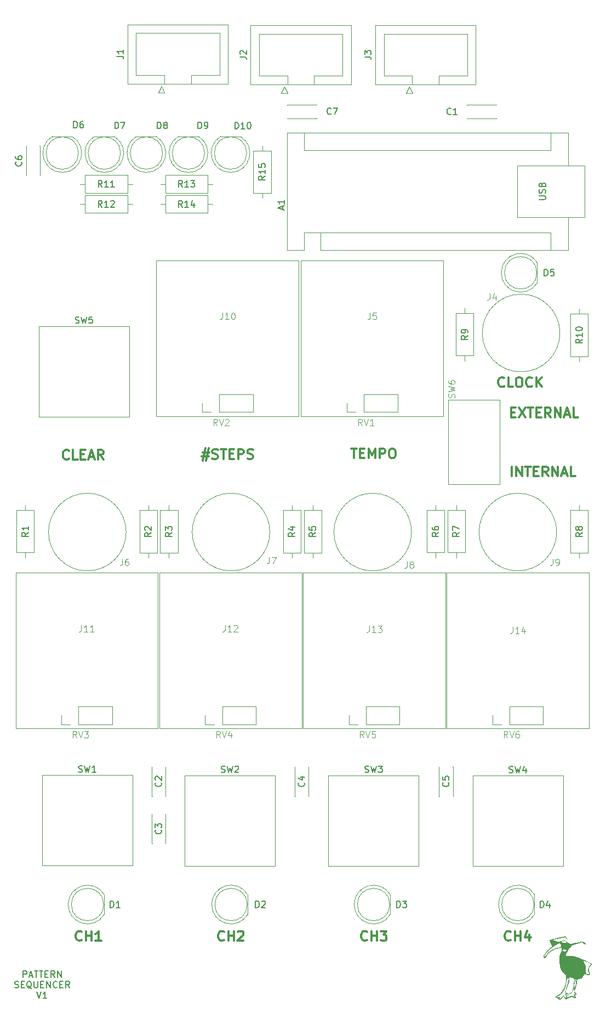
<source format=gbr>
%TF.GenerationSoftware,KiCad,Pcbnew,9.0.6*%
%TF.CreationDate,2026-01-21T03:12:50+11:00*%
%TF.ProjectId,pattern-sequencer,70617474-6572-46e2-9d73-657175656e63,rev?*%
%TF.SameCoordinates,Original*%
%TF.FileFunction,Legend,Top*%
%TF.FilePolarity,Positive*%
%FSLAX46Y46*%
G04 Gerber Fmt 4.6, Leading zero omitted, Abs format (unit mm)*
G04 Created by KiCad (PCBNEW 9.0.6) date 2026-01-21 03:12:50*
%MOMM*%
%LPD*%
G01*
G04 APERTURE LIST*
%ADD10C,0.300000*%
%ADD11C,0.150000*%
%ADD12C,0.100000*%
%ADD13C,0.120000*%
%ADD14C,0.000000*%
G04 APERTURE END LIST*
D10*
X138511653Y-163657971D02*
X138440225Y-163729400D01*
X138440225Y-163729400D02*
X138225939Y-163800828D01*
X138225939Y-163800828D02*
X138083082Y-163800828D01*
X138083082Y-163800828D02*
X137868796Y-163729400D01*
X137868796Y-163729400D02*
X137725939Y-163586542D01*
X137725939Y-163586542D02*
X137654510Y-163443685D01*
X137654510Y-163443685D02*
X137583082Y-163157971D01*
X137583082Y-163157971D02*
X137583082Y-162943685D01*
X137583082Y-162943685D02*
X137654510Y-162657971D01*
X137654510Y-162657971D02*
X137725939Y-162515114D01*
X137725939Y-162515114D02*
X137868796Y-162372257D01*
X137868796Y-162372257D02*
X138083082Y-162300828D01*
X138083082Y-162300828D02*
X138225939Y-162300828D01*
X138225939Y-162300828D02*
X138440225Y-162372257D01*
X138440225Y-162372257D02*
X138511653Y-162443685D01*
X139154510Y-163800828D02*
X139154510Y-162300828D01*
X139154510Y-163015114D02*
X140011653Y-163015114D01*
X140011653Y-163800828D02*
X140011653Y-162300828D01*
X141368797Y-162800828D02*
X141368797Y-163800828D01*
X141011654Y-162229400D02*
X140654511Y-163300828D01*
X140654511Y-163300828D02*
X141583082Y-163300828D01*
X116311653Y-163657971D02*
X116240225Y-163729400D01*
X116240225Y-163729400D02*
X116025939Y-163800828D01*
X116025939Y-163800828D02*
X115883082Y-163800828D01*
X115883082Y-163800828D02*
X115668796Y-163729400D01*
X115668796Y-163729400D02*
X115525939Y-163586542D01*
X115525939Y-163586542D02*
X115454510Y-163443685D01*
X115454510Y-163443685D02*
X115383082Y-163157971D01*
X115383082Y-163157971D02*
X115383082Y-162943685D01*
X115383082Y-162943685D02*
X115454510Y-162657971D01*
X115454510Y-162657971D02*
X115525939Y-162515114D01*
X115525939Y-162515114D02*
X115668796Y-162372257D01*
X115668796Y-162372257D02*
X115883082Y-162300828D01*
X115883082Y-162300828D02*
X116025939Y-162300828D01*
X116025939Y-162300828D02*
X116240225Y-162372257D01*
X116240225Y-162372257D02*
X116311653Y-162443685D01*
X116954510Y-163800828D02*
X116954510Y-162300828D01*
X116954510Y-163015114D02*
X117811653Y-163015114D01*
X117811653Y-163800828D02*
X117811653Y-162300828D01*
X118383082Y-162300828D02*
X119311654Y-162300828D01*
X119311654Y-162300828D02*
X118811654Y-162872257D01*
X118811654Y-162872257D02*
X119025939Y-162872257D01*
X119025939Y-162872257D02*
X119168797Y-162943685D01*
X119168797Y-162943685D02*
X119240225Y-163015114D01*
X119240225Y-163015114D02*
X119311654Y-163157971D01*
X119311654Y-163157971D02*
X119311654Y-163515114D01*
X119311654Y-163515114D02*
X119240225Y-163657971D01*
X119240225Y-163657971D02*
X119168797Y-163729400D01*
X119168797Y-163729400D02*
X119025939Y-163800828D01*
X119025939Y-163800828D02*
X118597368Y-163800828D01*
X118597368Y-163800828D02*
X118454511Y-163729400D01*
X118454511Y-163729400D02*
X118383082Y-163657971D01*
X94211653Y-163657971D02*
X94140225Y-163729400D01*
X94140225Y-163729400D02*
X93925939Y-163800828D01*
X93925939Y-163800828D02*
X93783082Y-163800828D01*
X93783082Y-163800828D02*
X93568796Y-163729400D01*
X93568796Y-163729400D02*
X93425939Y-163586542D01*
X93425939Y-163586542D02*
X93354510Y-163443685D01*
X93354510Y-163443685D02*
X93283082Y-163157971D01*
X93283082Y-163157971D02*
X93283082Y-162943685D01*
X93283082Y-162943685D02*
X93354510Y-162657971D01*
X93354510Y-162657971D02*
X93425939Y-162515114D01*
X93425939Y-162515114D02*
X93568796Y-162372257D01*
X93568796Y-162372257D02*
X93783082Y-162300828D01*
X93783082Y-162300828D02*
X93925939Y-162300828D01*
X93925939Y-162300828D02*
X94140225Y-162372257D01*
X94140225Y-162372257D02*
X94211653Y-162443685D01*
X94854510Y-163800828D02*
X94854510Y-162300828D01*
X94854510Y-163015114D02*
X95711653Y-163015114D01*
X95711653Y-163800828D02*
X95711653Y-162300828D01*
X96354511Y-162443685D02*
X96425939Y-162372257D01*
X96425939Y-162372257D02*
X96568797Y-162300828D01*
X96568797Y-162300828D02*
X96925939Y-162300828D01*
X96925939Y-162300828D02*
X97068797Y-162372257D01*
X97068797Y-162372257D02*
X97140225Y-162443685D01*
X97140225Y-162443685D02*
X97211654Y-162586542D01*
X97211654Y-162586542D02*
X97211654Y-162729400D01*
X97211654Y-162729400D02*
X97140225Y-162943685D01*
X97140225Y-162943685D02*
X96283082Y-163800828D01*
X96283082Y-163800828D02*
X97211654Y-163800828D01*
X72211653Y-163657971D02*
X72140225Y-163729400D01*
X72140225Y-163729400D02*
X71925939Y-163800828D01*
X71925939Y-163800828D02*
X71783082Y-163800828D01*
X71783082Y-163800828D02*
X71568796Y-163729400D01*
X71568796Y-163729400D02*
X71425939Y-163586542D01*
X71425939Y-163586542D02*
X71354510Y-163443685D01*
X71354510Y-163443685D02*
X71283082Y-163157971D01*
X71283082Y-163157971D02*
X71283082Y-162943685D01*
X71283082Y-162943685D02*
X71354510Y-162657971D01*
X71354510Y-162657971D02*
X71425939Y-162515114D01*
X71425939Y-162515114D02*
X71568796Y-162372257D01*
X71568796Y-162372257D02*
X71783082Y-162300828D01*
X71783082Y-162300828D02*
X71925939Y-162300828D01*
X71925939Y-162300828D02*
X72140225Y-162372257D01*
X72140225Y-162372257D02*
X72211653Y-162443685D01*
X72854510Y-163800828D02*
X72854510Y-162300828D01*
X72854510Y-163015114D02*
X73711653Y-163015114D01*
X73711653Y-163800828D02*
X73711653Y-162300828D01*
X75211654Y-163800828D02*
X74354511Y-163800828D01*
X74783082Y-163800828D02*
X74783082Y-162300828D01*
X74783082Y-162300828D02*
X74640225Y-162515114D01*
X74640225Y-162515114D02*
X74497368Y-162657971D01*
X74497368Y-162657971D02*
X74354511Y-162729400D01*
X70211653Y-89357971D02*
X70140225Y-89429400D01*
X70140225Y-89429400D02*
X69925939Y-89500828D01*
X69925939Y-89500828D02*
X69783082Y-89500828D01*
X69783082Y-89500828D02*
X69568796Y-89429400D01*
X69568796Y-89429400D02*
X69425939Y-89286542D01*
X69425939Y-89286542D02*
X69354510Y-89143685D01*
X69354510Y-89143685D02*
X69283082Y-88857971D01*
X69283082Y-88857971D02*
X69283082Y-88643685D01*
X69283082Y-88643685D02*
X69354510Y-88357971D01*
X69354510Y-88357971D02*
X69425939Y-88215114D01*
X69425939Y-88215114D02*
X69568796Y-88072257D01*
X69568796Y-88072257D02*
X69783082Y-88000828D01*
X69783082Y-88000828D02*
X69925939Y-88000828D01*
X69925939Y-88000828D02*
X70140225Y-88072257D01*
X70140225Y-88072257D02*
X70211653Y-88143685D01*
X71568796Y-89500828D02*
X70854510Y-89500828D01*
X70854510Y-89500828D02*
X70854510Y-88000828D01*
X72068796Y-88715114D02*
X72568796Y-88715114D01*
X72783082Y-89500828D02*
X72068796Y-89500828D01*
X72068796Y-89500828D02*
X72068796Y-88000828D01*
X72068796Y-88000828D02*
X72783082Y-88000828D01*
X73354511Y-89072257D02*
X74068797Y-89072257D01*
X73211654Y-89500828D02*
X73711654Y-88000828D01*
X73711654Y-88000828D02*
X74211654Y-89500828D01*
X75568796Y-89500828D02*
X75068796Y-88786542D01*
X74711653Y-89500828D02*
X74711653Y-88000828D01*
X74711653Y-88000828D02*
X75283082Y-88000828D01*
X75283082Y-88000828D02*
X75425939Y-88072257D01*
X75425939Y-88072257D02*
X75497368Y-88143685D01*
X75497368Y-88143685D02*
X75568796Y-88286542D01*
X75568796Y-88286542D02*
X75568796Y-88500828D01*
X75568796Y-88500828D02*
X75497368Y-88643685D01*
X75497368Y-88643685D02*
X75425939Y-88715114D01*
X75425939Y-88715114D02*
X75283082Y-88786542D01*
X75283082Y-88786542D02*
X74711653Y-88786542D01*
X90883082Y-88400828D02*
X91954510Y-88400828D01*
X91311653Y-87757971D02*
X90883082Y-89686542D01*
X91811653Y-89043685D02*
X90740225Y-89043685D01*
X91383082Y-89686542D02*
X91811653Y-87757971D01*
X92383082Y-89329400D02*
X92597368Y-89400828D01*
X92597368Y-89400828D02*
X92954510Y-89400828D01*
X92954510Y-89400828D02*
X93097368Y-89329400D01*
X93097368Y-89329400D02*
X93168796Y-89257971D01*
X93168796Y-89257971D02*
X93240225Y-89115114D01*
X93240225Y-89115114D02*
X93240225Y-88972257D01*
X93240225Y-88972257D02*
X93168796Y-88829400D01*
X93168796Y-88829400D02*
X93097368Y-88757971D01*
X93097368Y-88757971D02*
X92954510Y-88686542D01*
X92954510Y-88686542D02*
X92668796Y-88615114D01*
X92668796Y-88615114D02*
X92525939Y-88543685D01*
X92525939Y-88543685D02*
X92454510Y-88472257D01*
X92454510Y-88472257D02*
X92383082Y-88329400D01*
X92383082Y-88329400D02*
X92383082Y-88186542D01*
X92383082Y-88186542D02*
X92454510Y-88043685D01*
X92454510Y-88043685D02*
X92525939Y-87972257D01*
X92525939Y-87972257D02*
X92668796Y-87900828D01*
X92668796Y-87900828D02*
X93025939Y-87900828D01*
X93025939Y-87900828D02*
X93240225Y-87972257D01*
X93668796Y-87900828D02*
X94525939Y-87900828D01*
X94097367Y-89400828D02*
X94097367Y-87900828D01*
X95025938Y-88615114D02*
X95525938Y-88615114D01*
X95740224Y-89400828D02*
X95025938Y-89400828D01*
X95025938Y-89400828D02*
X95025938Y-87900828D01*
X95025938Y-87900828D02*
X95740224Y-87900828D01*
X96383081Y-89400828D02*
X96383081Y-87900828D01*
X96383081Y-87900828D02*
X96954510Y-87900828D01*
X96954510Y-87900828D02*
X97097367Y-87972257D01*
X97097367Y-87972257D02*
X97168796Y-88043685D01*
X97168796Y-88043685D02*
X97240224Y-88186542D01*
X97240224Y-88186542D02*
X97240224Y-88400828D01*
X97240224Y-88400828D02*
X97168796Y-88543685D01*
X97168796Y-88543685D02*
X97097367Y-88615114D01*
X97097367Y-88615114D02*
X96954510Y-88686542D01*
X96954510Y-88686542D02*
X96383081Y-88686542D01*
X97811653Y-89329400D02*
X98025939Y-89400828D01*
X98025939Y-89400828D02*
X98383081Y-89400828D01*
X98383081Y-89400828D02*
X98525939Y-89329400D01*
X98525939Y-89329400D02*
X98597367Y-89257971D01*
X98597367Y-89257971D02*
X98668796Y-89115114D01*
X98668796Y-89115114D02*
X98668796Y-88972257D01*
X98668796Y-88972257D02*
X98597367Y-88829400D01*
X98597367Y-88829400D02*
X98525939Y-88757971D01*
X98525939Y-88757971D02*
X98383081Y-88686542D01*
X98383081Y-88686542D02*
X98097367Y-88615114D01*
X98097367Y-88615114D02*
X97954510Y-88543685D01*
X97954510Y-88543685D02*
X97883081Y-88472257D01*
X97883081Y-88472257D02*
X97811653Y-88329400D01*
X97811653Y-88329400D02*
X97811653Y-88186542D01*
X97811653Y-88186542D02*
X97883081Y-88043685D01*
X97883081Y-88043685D02*
X97954510Y-87972257D01*
X97954510Y-87972257D02*
X98097367Y-87900828D01*
X98097367Y-87900828D02*
X98454510Y-87900828D01*
X98454510Y-87900828D02*
X98668796Y-87972257D01*
X113840225Y-87800828D02*
X114697368Y-87800828D01*
X114268796Y-89300828D02*
X114268796Y-87800828D01*
X115197367Y-88515114D02*
X115697367Y-88515114D01*
X115911653Y-89300828D02*
X115197367Y-89300828D01*
X115197367Y-89300828D02*
X115197367Y-87800828D01*
X115197367Y-87800828D02*
X115911653Y-87800828D01*
X116554510Y-89300828D02*
X116554510Y-87800828D01*
X116554510Y-87800828D02*
X117054510Y-88872257D01*
X117054510Y-88872257D02*
X117554510Y-87800828D01*
X117554510Y-87800828D02*
X117554510Y-89300828D01*
X118268796Y-89300828D02*
X118268796Y-87800828D01*
X118268796Y-87800828D02*
X118840225Y-87800828D01*
X118840225Y-87800828D02*
X118983082Y-87872257D01*
X118983082Y-87872257D02*
X119054511Y-87943685D01*
X119054511Y-87943685D02*
X119125939Y-88086542D01*
X119125939Y-88086542D02*
X119125939Y-88300828D01*
X119125939Y-88300828D02*
X119054511Y-88443685D01*
X119054511Y-88443685D02*
X118983082Y-88515114D01*
X118983082Y-88515114D02*
X118840225Y-88586542D01*
X118840225Y-88586542D02*
X118268796Y-88586542D01*
X120054511Y-87800828D02*
X120340225Y-87800828D01*
X120340225Y-87800828D02*
X120483082Y-87872257D01*
X120483082Y-87872257D02*
X120625939Y-88015114D01*
X120625939Y-88015114D02*
X120697368Y-88300828D01*
X120697368Y-88300828D02*
X120697368Y-88800828D01*
X120697368Y-88800828D02*
X120625939Y-89086542D01*
X120625939Y-89086542D02*
X120483082Y-89229400D01*
X120483082Y-89229400D02*
X120340225Y-89300828D01*
X120340225Y-89300828D02*
X120054511Y-89300828D01*
X120054511Y-89300828D02*
X119911654Y-89229400D01*
X119911654Y-89229400D02*
X119768796Y-89086542D01*
X119768796Y-89086542D02*
X119697368Y-88800828D01*
X119697368Y-88800828D02*
X119697368Y-88300828D01*
X119697368Y-88300828D02*
X119768796Y-88015114D01*
X119768796Y-88015114D02*
X119911654Y-87872257D01*
X119911654Y-87872257D02*
X120054511Y-87800828D01*
X138654510Y-92100828D02*
X138654510Y-90600828D01*
X139368796Y-92100828D02*
X139368796Y-90600828D01*
X139368796Y-90600828D02*
X140225939Y-92100828D01*
X140225939Y-92100828D02*
X140225939Y-90600828D01*
X140725940Y-90600828D02*
X141583083Y-90600828D01*
X141154511Y-92100828D02*
X141154511Y-90600828D01*
X142083082Y-91315114D02*
X142583082Y-91315114D01*
X142797368Y-92100828D02*
X142083082Y-92100828D01*
X142083082Y-92100828D02*
X142083082Y-90600828D01*
X142083082Y-90600828D02*
X142797368Y-90600828D01*
X144297368Y-92100828D02*
X143797368Y-91386542D01*
X143440225Y-92100828D02*
X143440225Y-90600828D01*
X143440225Y-90600828D02*
X144011654Y-90600828D01*
X144011654Y-90600828D02*
X144154511Y-90672257D01*
X144154511Y-90672257D02*
X144225940Y-90743685D01*
X144225940Y-90743685D02*
X144297368Y-90886542D01*
X144297368Y-90886542D02*
X144297368Y-91100828D01*
X144297368Y-91100828D02*
X144225940Y-91243685D01*
X144225940Y-91243685D02*
X144154511Y-91315114D01*
X144154511Y-91315114D02*
X144011654Y-91386542D01*
X144011654Y-91386542D02*
X143440225Y-91386542D01*
X144940225Y-92100828D02*
X144940225Y-90600828D01*
X144940225Y-90600828D02*
X145797368Y-92100828D01*
X145797368Y-92100828D02*
X145797368Y-90600828D01*
X146440226Y-91672257D02*
X147154512Y-91672257D01*
X146297369Y-92100828D02*
X146797369Y-90600828D01*
X146797369Y-90600828D02*
X147297369Y-92100828D01*
X148511654Y-92100828D02*
X147797368Y-92100828D01*
X147797368Y-92100828D02*
X147797368Y-90600828D01*
X138554510Y-82215114D02*
X139054510Y-82215114D01*
X139268796Y-83000828D02*
X138554510Y-83000828D01*
X138554510Y-83000828D02*
X138554510Y-81500828D01*
X138554510Y-81500828D02*
X139268796Y-81500828D01*
X139768796Y-81500828D02*
X140768796Y-83000828D01*
X140768796Y-81500828D02*
X139768796Y-83000828D01*
X141125939Y-81500828D02*
X141983082Y-81500828D01*
X141554510Y-83000828D02*
X141554510Y-81500828D01*
X142483081Y-82215114D02*
X142983081Y-82215114D01*
X143197367Y-83000828D02*
X142483081Y-83000828D01*
X142483081Y-83000828D02*
X142483081Y-81500828D01*
X142483081Y-81500828D02*
X143197367Y-81500828D01*
X144697367Y-83000828D02*
X144197367Y-82286542D01*
X143840224Y-83000828D02*
X143840224Y-81500828D01*
X143840224Y-81500828D02*
X144411653Y-81500828D01*
X144411653Y-81500828D02*
X144554510Y-81572257D01*
X144554510Y-81572257D02*
X144625939Y-81643685D01*
X144625939Y-81643685D02*
X144697367Y-81786542D01*
X144697367Y-81786542D02*
X144697367Y-82000828D01*
X144697367Y-82000828D02*
X144625939Y-82143685D01*
X144625939Y-82143685D02*
X144554510Y-82215114D01*
X144554510Y-82215114D02*
X144411653Y-82286542D01*
X144411653Y-82286542D02*
X143840224Y-82286542D01*
X145340224Y-83000828D02*
X145340224Y-81500828D01*
X145340224Y-81500828D02*
X146197367Y-83000828D01*
X146197367Y-83000828D02*
X146197367Y-81500828D01*
X146840225Y-82572257D02*
X147554511Y-82572257D01*
X146697368Y-83000828D02*
X147197368Y-81500828D01*
X147197368Y-81500828D02*
X147697368Y-83000828D01*
X148911653Y-83000828D02*
X148197367Y-83000828D01*
X148197367Y-83000828D02*
X148197367Y-81500828D01*
X137511653Y-78157971D02*
X137440225Y-78229400D01*
X137440225Y-78229400D02*
X137225939Y-78300828D01*
X137225939Y-78300828D02*
X137083082Y-78300828D01*
X137083082Y-78300828D02*
X136868796Y-78229400D01*
X136868796Y-78229400D02*
X136725939Y-78086542D01*
X136725939Y-78086542D02*
X136654510Y-77943685D01*
X136654510Y-77943685D02*
X136583082Y-77657971D01*
X136583082Y-77657971D02*
X136583082Y-77443685D01*
X136583082Y-77443685D02*
X136654510Y-77157971D01*
X136654510Y-77157971D02*
X136725939Y-77015114D01*
X136725939Y-77015114D02*
X136868796Y-76872257D01*
X136868796Y-76872257D02*
X137083082Y-76800828D01*
X137083082Y-76800828D02*
X137225939Y-76800828D01*
X137225939Y-76800828D02*
X137440225Y-76872257D01*
X137440225Y-76872257D02*
X137511653Y-76943685D01*
X138868796Y-78300828D02*
X138154510Y-78300828D01*
X138154510Y-78300828D02*
X138154510Y-76800828D01*
X139654511Y-76800828D02*
X139940225Y-76800828D01*
X139940225Y-76800828D02*
X140083082Y-76872257D01*
X140083082Y-76872257D02*
X140225939Y-77015114D01*
X140225939Y-77015114D02*
X140297368Y-77300828D01*
X140297368Y-77300828D02*
X140297368Y-77800828D01*
X140297368Y-77800828D02*
X140225939Y-78086542D01*
X140225939Y-78086542D02*
X140083082Y-78229400D01*
X140083082Y-78229400D02*
X139940225Y-78300828D01*
X139940225Y-78300828D02*
X139654511Y-78300828D01*
X139654511Y-78300828D02*
X139511654Y-78229400D01*
X139511654Y-78229400D02*
X139368796Y-78086542D01*
X139368796Y-78086542D02*
X139297368Y-77800828D01*
X139297368Y-77800828D02*
X139297368Y-77300828D01*
X139297368Y-77300828D02*
X139368796Y-77015114D01*
X139368796Y-77015114D02*
X139511654Y-76872257D01*
X139511654Y-76872257D02*
X139654511Y-76800828D01*
X141797368Y-78157971D02*
X141725940Y-78229400D01*
X141725940Y-78229400D02*
X141511654Y-78300828D01*
X141511654Y-78300828D02*
X141368797Y-78300828D01*
X141368797Y-78300828D02*
X141154511Y-78229400D01*
X141154511Y-78229400D02*
X141011654Y-78086542D01*
X141011654Y-78086542D02*
X140940225Y-77943685D01*
X140940225Y-77943685D02*
X140868797Y-77657971D01*
X140868797Y-77657971D02*
X140868797Y-77443685D01*
X140868797Y-77443685D02*
X140940225Y-77157971D01*
X140940225Y-77157971D02*
X141011654Y-77015114D01*
X141011654Y-77015114D02*
X141154511Y-76872257D01*
X141154511Y-76872257D02*
X141368797Y-76800828D01*
X141368797Y-76800828D02*
X141511654Y-76800828D01*
X141511654Y-76800828D02*
X141725940Y-76872257D01*
X141725940Y-76872257D02*
X141797368Y-76943685D01*
X142440225Y-78300828D02*
X142440225Y-76800828D01*
X143297368Y-78300828D02*
X142654511Y-77443685D01*
X143297368Y-76800828D02*
X142440225Y-77657971D01*
D11*
X63171428Y-169444875D02*
X63171428Y-168444875D01*
X63171428Y-168444875D02*
X63552380Y-168444875D01*
X63552380Y-168444875D02*
X63647618Y-168492494D01*
X63647618Y-168492494D02*
X63695237Y-168540113D01*
X63695237Y-168540113D02*
X63742856Y-168635351D01*
X63742856Y-168635351D02*
X63742856Y-168778208D01*
X63742856Y-168778208D02*
X63695237Y-168873446D01*
X63695237Y-168873446D02*
X63647618Y-168921065D01*
X63647618Y-168921065D02*
X63552380Y-168968684D01*
X63552380Y-168968684D02*
X63171428Y-168968684D01*
X64123809Y-169159160D02*
X64599999Y-169159160D01*
X64028571Y-169444875D02*
X64361904Y-168444875D01*
X64361904Y-168444875D02*
X64695237Y-169444875D01*
X64885714Y-168444875D02*
X65457142Y-168444875D01*
X65171428Y-169444875D02*
X65171428Y-168444875D01*
X65647619Y-168444875D02*
X66219047Y-168444875D01*
X65933333Y-169444875D02*
X65933333Y-168444875D01*
X66552381Y-168921065D02*
X66885714Y-168921065D01*
X67028571Y-169444875D02*
X66552381Y-169444875D01*
X66552381Y-169444875D02*
X66552381Y-168444875D01*
X66552381Y-168444875D02*
X67028571Y-168444875D01*
X68028571Y-169444875D02*
X67695238Y-168968684D01*
X67457143Y-169444875D02*
X67457143Y-168444875D01*
X67457143Y-168444875D02*
X67838095Y-168444875D01*
X67838095Y-168444875D02*
X67933333Y-168492494D01*
X67933333Y-168492494D02*
X67980952Y-168540113D01*
X67980952Y-168540113D02*
X68028571Y-168635351D01*
X68028571Y-168635351D02*
X68028571Y-168778208D01*
X68028571Y-168778208D02*
X67980952Y-168873446D01*
X67980952Y-168873446D02*
X67933333Y-168921065D01*
X67933333Y-168921065D02*
X67838095Y-168968684D01*
X67838095Y-168968684D02*
X67457143Y-168968684D01*
X68457143Y-169444875D02*
X68457143Y-168444875D01*
X68457143Y-168444875D02*
X69028571Y-169444875D01*
X69028571Y-169444875D02*
X69028571Y-168444875D01*
X61885714Y-171007200D02*
X62028571Y-171054819D01*
X62028571Y-171054819D02*
X62266666Y-171054819D01*
X62266666Y-171054819D02*
X62361904Y-171007200D01*
X62361904Y-171007200D02*
X62409523Y-170959580D01*
X62409523Y-170959580D02*
X62457142Y-170864342D01*
X62457142Y-170864342D02*
X62457142Y-170769104D01*
X62457142Y-170769104D02*
X62409523Y-170673866D01*
X62409523Y-170673866D02*
X62361904Y-170626247D01*
X62361904Y-170626247D02*
X62266666Y-170578628D01*
X62266666Y-170578628D02*
X62076190Y-170531009D01*
X62076190Y-170531009D02*
X61980952Y-170483390D01*
X61980952Y-170483390D02*
X61933333Y-170435771D01*
X61933333Y-170435771D02*
X61885714Y-170340533D01*
X61885714Y-170340533D02*
X61885714Y-170245295D01*
X61885714Y-170245295D02*
X61933333Y-170150057D01*
X61933333Y-170150057D02*
X61980952Y-170102438D01*
X61980952Y-170102438D02*
X62076190Y-170054819D01*
X62076190Y-170054819D02*
X62314285Y-170054819D01*
X62314285Y-170054819D02*
X62457142Y-170102438D01*
X62885714Y-170531009D02*
X63219047Y-170531009D01*
X63361904Y-171054819D02*
X62885714Y-171054819D01*
X62885714Y-171054819D02*
X62885714Y-170054819D01*
X62885714Y-170054819D02*
X63361904Y-170054819D01*
X64457142Y-171150057D02*
X64361904Y-171102438D01*
X64361904Y-171102438D02*
X64266666Y-171007200D01*
X64266666Y-171007200D02*
X64123809Y-170864342D01*
X64123809Y-170864342D02*
X64028571Y-170816723D01*
X64028571Y-170816723D02*
X63933333Y-170816723D01*
X63980952Y-171054819D02*
X63885714Y-171007200D01*
X63885714Y-171007200D02*
X63790476Y-170911961D01*
X63790476Y-170911961D02*
X63742857Y-170721485D01*
X63742857Y-170721485D02*
X63742857Y-170388152D01*
X63742857Y-170388152D02*
X63790476Y-170197676D01*
X63790476Y-170197676D02*
X63885714Y-170102438D01*
X63885714Y-170102438D02*
X63980952Y-170054819D01*
X63980952Y-170054819D02*
X64171428Y-170054819D01*
X64171428Y-170054819D02*
X64266666Y-170102438D01*
X64266666Y-170102438D02*
X64361904Y-170197676D01*
X64361904Y-170197676D02*
X64409523Y-170388152D01*
X64409523Y-170388152D02*
X64409523Y-170721485D01*
X64409523Y-170721485D02*
X64361904Y-170911961D01*
X64361904Y-170911961D02*
X64266666Y-171007200D01*
X64266666Y-171007200D02*
X64171428Y-171054819D01*
X64171428Y-171054819D02*
X63980952Y-171054819D01*
X64838095Y-170054819D02*
X64838095Y-170864342D01*
X64838095Y-170864342D02*
X64885714Y-170959580D01*
X64885714Y-170959580D02*
X64933333Y-171007200D01*
X64933333Y-171007200D02*
X65028571Y-171054819D01*
X65028571Y-171054819D02*
X65219047Y-171054819D01*
X65219047Y-171054819D02*
X65314285Y-171007200D01*
X65314285Y-171007200D02*
X65361904Y-170959580D01*
X65361904Y-170959580D02*
X65409523Y-170864342D01*
X65409523Y-170864342D02*
X65409523Y-170054819D01*
X65885714Y-170531009D02*
X66219047Y-170531009D01*
X66361904Y-171054819D02*
X65885714Y-171054819D01*
X65885714Y-171054819D02*
X65885714Y-170054819D01*
X65885714Y-170054819D02*
X66361904Y-170054819D01*
X66790476Y-171054819D02*
X66790476Y-170054819D01*
X66790476Y-170054819D02*
X67361904Y-171054819D01*
X67361904Y-171054819D02*
X67361904Y-170054819D01*
X68409523Y-170959580D02*
X68361904Y-171007200D01*
X68361904Y-171007200D02*
X68219047Y-171054819D01*
X68219047Y-171054819D02*
X68123809Y-171054819D01*
X68123809Y-171054819D02*
X67980952Y-171007200D01*
X67980952Y-171007200D02*
X67885714Y-170911961D01*
X67885714Y-170911961D02*
X67838095Y-170816723D01*
X67838095Y-170816723D02*
X67790476Y-170626247D01*
X67790476Y-170626247D02*
X67790476Y-170483390D01*
X67790476Y-170483390D02*
X67838095Y-170292914D01*
X67838095Y-170292914D02*
X67885714Y-170197676D01*
X67885714Y-170197676D02*
X67980952Y-170102438D01*
X67980952Y-170102438D02*
X68123809Y-170054819D01*
X68123809Y-170054819D02*
X68219047Y-170054819D01*
X68219047Y-170054819D02*
X68361904Y-170102438D01*
X68361904Y-170102438D02*
X68409523Y-170150057D01*
X68838095Y-170531009D02*
X69171428Y-170531009D01*
X69314285Y-171054819D02*
X68838095Y-171054819D01*
X68838095Y-171054819D02*
X68838095Y-170054819D01*
X68838095Y-170054819D02*
X69314285Y-170054819D01*
X70314285Y-171054819D02*
X69980952Y-170578628D01*
X69742857Y-171054819D02*
X69742857Y-170054819D01*
X69742857Y-170054819D02*
X70123809Y-170054819D01*
X70123809Y-170054819D02*
X70219047Y-170102438D01*
X70219047Y-170102438D02*
X70266666Y-170150057D01*
X70266666Y-170150057D02*
X70314285Y-170245295D01*
X70314285Y-170245295D02*
X70314285Y-170388152D01*
X70314285Y-170388152D02*
X70266666Y-170483390D01*
X70266666Y-170483390D02*
X70219047Y-170531009D01*
X70219047Y-170531009D02*
X70123809Y-170578628D01*
X70123809Y-170578628D02*
X69742857Y-170578628D01*
X65290476Y-171664763D02*
X65623809Y-172664763D01*
X65623809Y-172664763D02*
X65957142Y-171664763D01*
X66814285Y-172664763D02*
X66242857Y-172664763D01*
X66528571Y-172664763D02*
X66528571Y-171664763D01*
X66528571Y-171664763D02*
X66433333Y-171807620D01*
X66433333Y-171807620D02*
X66338095Y-171902858D01*
X66338095Y-171902858D02*
X66242857Y-171950477D01*
X93776667Y-137773200D02*
X93919524Y-137820819D01*
X93919524Y-137820819D02*
X94157619Y-137820819D01*
X94157619Y-137820819D02*
X94252857Y-137773200D01*
X94252857Y-137773200D02*
X94300476Y-137725580D01*
X94300476Y-137725580D02*
X94348095Y-137630342D01*
X94348095Y-137630342D02*
X94348095Y-137535104D01*
X94348095Y-137535104D02*
X94300476Y-137439866D01*
X94300476Y-137439866D02*
X94252857Y-137392247D01*
X94252857Y-137392247D02*
X94157619Y-137344628D01*
X94157619Y-137344628D02*
X93967143Y-137297009D01*
X93967143Y-137297009D02*
X93871905Y-137249390D01*
X93871905Y-137249390D02*
X93824286Y-137201771D01*
X93824286Y-137201771D02*
X93776667Y-137106533D01*
X93776667Y-137106533D02*
X93776667Y-137011295D01*
X93776667Y-137011295D02*
X93824286Y-136916057D01*
X93824286Y-136916057D02*
X93871905Y-136868438D01*
X93871905Y-136868438D02*
X93967143Y-136820819D01*
X93967143Y-136820819D02*
X94205238Y-136820819D01*
X94205238Y-136820819D02*
X94348095Y-136868438D01*
X94681429Y-136820819D02*
X94919524Y-137820819D01*
X94919524Y-137820819D02*
X95110000Y-137106533D01*
X95110000Y-137106533D02*
X95300476Y-137820819D01*
X95300476Y-137820819D02*
X95538572Y-136820819D01*
X95871905Y-136916057D02*
X95919524Y-136868438D01*
X95919524Y-136868438D02*
X96014762Y-136820819D01*
X96014762Y-136820819D02*
X96252857Y-136820819D01*
X96252857Y-136820819D02*
X96348095Y-136868438D01*
X96348095Y-136868438D02*
X96395714Y-136916057D01*
X96395714Y-136916057D02*
X96443333Y-137011295D01*
X96443333Y-137011295D02*
X96443333Y-137106533D01*
X96443333Y-137106533D02*
X96395714Y-137249390D01*
X96395714Y-137249390D02*
X95824286Y-137820819D01*
X95824286Y-137820819D02*
X96443333Y-137820819D01*
X83901905Y-38419819D02*
X83901905Y-37419819D01*
X83901905Y-37419819D02*
X84140000Y-37419819D01*
X84140000Y-37419819D02*
X84282857Y-37467438D01*
X84282857Y-37467438D02*
X84378095Y-37562676D01*
X84378095Y-37562676D02*
X84425714Y-37657914D01*
X84425714Y-37657914D02*
X84473333Y-37848390D01*
X84473333Y-37848390D02*
X84473333Y-37991247D01*
X84473333Y-37991247D02*
X84425714Y-38181723D01*
X84425714Y-38181723D02*
X84378095Y-38276961D01*
X84378095Y-38276961D02*
X84282857Y-38372200D01*
X84282857Y-38372200D02*
X84140000Y-38419819D01*
X84140000Y-38419819D02*
X83901905Y-38419819D01*
X85044762Y-37848390D02*
X84949524Y-37800771D01*
X84949524Y-37800771D02*
X84901905Y-37753152D01*
X84901905Y-37753152D02*
X84854286Y-37657914D01*
X84854286Y-37657914D02*
X84854286Y-37610295D01*
X84854286Y-37610295D02*
X84901905Y-37515057D01*
X84901905Y-37515057D02*
X84949524Y-37467438D01*
X84949524Y-37467438D02*
X85044762Y-37419819D01*
X85044762Y-37419819D02*
X85235238Y-37419819D01*
X85235238Y-37419819D02*
X85330476Y-37467438D01*
X85330476Y-37467438D02*
X85378095Y-37515057D01*
X85378095Y-37515057D02*
X85425714Y-37610295D01*
X85425714Y-37610295D02*
X85425714Y-37657914D01*
X85425714Y-37657914D02*
X85378095Y-37753152D01*
X85378095Y-37753152D02*
X85330476Y-37800771D01*
X85330476Y-37800771D02*
X85235238Y-37848390D01*
X85235238Y-37848390D02*
X85044762Y-37848390D01*
X85044762Y-37848390D02*
X84949524Y-37896009D01*
X84949524Y-37896009D02*
X84901905Y-37943628D01*
X84901905Y-37943628D02*
X84854286Y-38038866D01*
X84854286Y-38038866D02*
X84854286Y-38229342D01*
X84854286Y-38229342D02*
X84901905Y-38324580D01*
X84901905Y-38324580D02*
X84949524Y-38372200D01*
X84949524Y-38372200D02*
X85044762Y-38419819D01*
X85044762Y-38419819D02*
X85235238Y-38419819D01*
X85235238Y-38419819D02*
X85330476Y-38372200D01*
X85330476Y-38372200D02*
X85378095Y-38324580D01*
X85378095Y-38324580D02*
X85425714Y-38229342D01*
X85425714Y-38229342D02*
X85425714Y-38038866D01*
X85425714Y-38038866D02*
X85378095Y-37943628D01*
X85378095Y-37943628D02*
X85330476Y-37896009D01*
X85330476Y-37896009D02*
X85235238Y-37848390D01*
X130554819Y-100766666D02*
X130078628Y-101099999D01*
X130554819Y-101338094D02*
X129554819Y-101338094D01*
X129554819Y-101338094D02*
X129554819Y-100957142D01*
X129554819Y-100957142D02*
X129602438Y-100861904D01*
X129602438Y-100861904D02*
X129650057Y-100814285D01*
X129650057Y-100814285D02*
X129745295Y-100766666D01*
X129745295Y-100766666D02*
X129888152Y-100766666D01*
X129888152Y-100766666D02*
X129983390Y-100814285D01*
X129983390Y-100814285D02*
X130031009Y-100861904D01*
X130031009Y-100861904D02*
X130078628Y-100957142D01*
X130078628Y-100957142D02*
X130078628Y-101338094D01*
X129554819Y-100433332D02*
X129554819Y-99766666D01*
X129554819Y-99766666D02*
X130554819Y-100195237D01*
X127354819Y-100766666D02*
X126878628Y-101099999D01*
X127354819Y-101338094D02*
X126354819Y-101338094D01*
X126354819Y-101338094D02*
X126354819Y-100957142D01*
X126354819Y-100957142D02*
X126402438Y-100861904D01*
X126402438Y-100861904D02*
X126450057Y-100814285D01*
X126450057Y-100814285D02*
X126545295Y-100766666D01*
X126545295Y-100766666D02*
X126688152Y-100766666D01*
X126688152Y-100766666D02*
X126783390Y-100814285D01*
X126783390Y-100814285D02*
X126831009Y-100861904D01*
X126831009Y-100861904D02*
X126878628Y-100957142D01*
X126878628Y-100957142D02*
X126878628Y-101338094D01*
X126354819Y-99909523D02*
X126354819Y-100099999D01*
X126354819Y-100099999D02*
X126402438Y-100195237D01*
X126402438Y-100195237D02*
X126450057Y-100242856D01*
X126450057Y-100242856D02*
X126592914Y-100338094D01*
X126592914Y-100338094D02*
X126783390Y-100385713D01*
X126783390Y-100385713D02*
X127164342Y-100385713D01*
X127164342Y-100385713D02*
X127259580Y-100338094D01*
X127259580Y-100338094D02*
X127307200Y-100290475D01*
X127307200Y-100290475D02*
X127354819Y-100195237D01*
X127354819Y-100195237D02*
X127354819Y-100004761D01*
X127354819Y-100004761D02*
X127307200Y-99909523D01*
X127307200Y-99909523D02*
X127259580Y-99861904D01*
X127259580Y-99861904D02*
X127164342Y-99814285D01*
X127164342Y-99814285D02*
X126926247Y-99814285D01*
X126926247Y-99814285D02*
X126831009Y-99861904D01*
X126831009Y-99861904D02*
X126783390Y-99909523D01*
X126783390Y-99909523D02*
X126735771Y-100004761D01*
X126735771Y-100004761D02*
X126735771Y-100195237D01*
X126735771Y-100195237D02*
X126783390Y-100290475D01*
X126783390Y-100290475D02*
X126831009Y-100338094D01*
X126831009Y-100338094D02*
X126926247Y-100385713D01*
X128859580Y-139366666D02*
X128907200Y-139414285D01*
X128907200Y-139414285D02*
X128954819Y-139557142D01*
X128954819Y-139557142D02*
X128954819Y-139652380D01*
X128954819Y-139652380D02*
X128907200Y-139795237D01*
X128907200Y-139795237D02*
X128811961Y-139890475D01*
X128811961Y-139890475D02*
X128716723Y-139938094D01*
X128716723Y-139938094D02*
X128526247Y-139985713D01*
X128526247Y-139985713D02*
X128383390Y-139985713D01*
X128383390Y-139985713D02*
X128192914Y-139938094D01*
X128192914Y-139938094D02*
X128097676Y-139890475D01*
X128097676Y-139890475D02*
X128002438Y-139795237D01*
X128002438Y-139795237D02*
X127954819Y-139652380D01*
X127954819Y-139652380D02*
X127954819Y-139557142D01*
X127954819Y-139557142D02*
X128002438Y-139414285D01*
X128002438Y-139414285D02*
X128050057Y-139366666D01*
X127954819Y-138461904D02*
X127954819Y-138938094D01*
X127954819Y-138938094D02*
X128431009Y-138985713D01*
X128431009Y-138985713D02*
X128383390Y-138938094D01*
X128383390Y-138938094D02*
X128335771Y-138842856D01*
X128335771Y-138842856D02*
X128335771Y-138604761D01*
X128335771Y-138604761D02*
X128383390Y-138509523D01*
X128383390Y-138509523D02*
X128431009Y-138461904D01*
X128431009Y-138461904D02*
X128526247Y-138414285D01*
X128526247Y-138414285D02*
X128764342Y-138414285D01*
X128764342Y-138414285D02*
X128859580Y-138461904D01*
X128859580Y-138461904D02*
X128907200Y-138509523D01*
X128907200Y-138509523D02*
X128954819Y-138604761D01*
X128954819Y-138604761D02*
X128954819Y-138842856D01*
X128954819Y-138842856D02*
X128907200Y-138938094D01*
X128907200Y-138938094D02*
X128859580Y-138985713D01*
X77654819Y-27263333D02*
X78369104Y-27263333D01*
X78369104Y-27263333D02*
X78511961Y-27310952D01*
X78511961Y-27310952D02*
X78607200Y-27406190D01*
X78607200Y-27406190D02*
X78654819Y-27549047D01*
X78654819Y-27549047D02*
X78654819Y-27644285D01*
X78654819Y-26263333D02*
X78654819Y-26834761D01*
X78654819Y-26549047D02*
X77654819Y-26549047D01*
X77654819Y-26549047D02*
X77797676Y-26644285D01*
X77797676Y-26644285D02*
X77892914Y-26739523D01*
X77892914Y-26739523D02*
X77940533Y-26834761D01*
D12*
X138790476Y-115357419D02*
X138790476Y-116071704D01*
X138790476Y-116071704D02*
X138742857Y-116214561D01*
X138742857Y-116214561D02*
X138647619Y-116309800D01*
X138647619Y-116309800D02*
X138504762Y-116357419D01*
X138504762Y-116357419D02*
X138409524Y-116357419D01*
X139790476Y-116357419D02*
X139219048Y-116357419D01*
X139504762Y-116357419D02*
X139504762Y-115357419D01*
X139504762Y-115357419D02*
X139409524Y-115500276D01*
X139409524Y-115500276D02*
X139314286Y-115595514D01*
X139314286Y-115595514D02*
X139219048Y-115643133D01*
X140647619Y-115690752D02*
X140647619Y-116357419D01*
X140409524Y-115309800D02*
X140171429Y-116024085D01*
X140171429Y-116024085D02*
X140790476Y-116024085D01*
D11*
X62859580Y-43566666D02*
X62907200Y-43614285D01*
X62907200Y-43614285D02*
X62954819Y-43757142D01*
X62954819Y-43757142D02*
X62954819Y-43852380D01*
X62954819Y-43852380D02*
X62907200Y-43995237D01*
X62907200Y-43995237D02*
X62811961Y-44090475D01*
X62811961Y-44090475D02*
X62716723Y-44138094D01*
X62716723Y-44138094D02*
X62526247Y-44185713D01*
X62526247Y-44185713D02*
X62383390Y-44185713D01*
X62383390Y-44185713D02*
X62192914Y-44138094D01*
X62192914Y-44138094D02*
X62097676Y-44090475D01*
X62097676Y-44090475D02*
X62002438Y-43995237D01*
X62002438Y-43995237D02*
X61954819Y-43852380D01*
X61954819Y-43852380D02*
X61954819Y-43757142D01*
X61954819Y-43757142D02*
X62002438Y-43614285D01*
X62002438Y-43614285D02*
X62050057Y-43566666D01*
X61954819Y-42709523D02*
X61954819Y-42899999D01*
X61954819Y-42899999D02*
X62002438Y-42995237D01*
X62002438Y-42995237D02*
X62050057Y-43042856D01*
X62050057Y-43042856D02*
X62192914Y-43138094D01*
X62192914Y-43138094D02*
X62383390Y-43185713D01*
X62383390Y-43185713D02*
X62764342Y-43185713D01*
X62764342Y-43185713D02*
X62859580Y-43138094D01*
X62859580Y-43138094D02*
X62907200Y-43090475D01*
X62907200Y-43090475D02*
X62954819Y-42995237D01*
X62954819Y-42995237D02*
X62954819Y-42804761D01*
X62954819Y-42804761D02*
X62907200Y-42709523D01*
X62907200Y-42709523D02*
X62859580Y-42661904D01*
X62859580Y-42661904D02*
X62764342Y-42614285D01*
X62764342Y-42614285D02*
X62526247Y-42614285D01*
X62526247Y-42614285D02*
X62431009Y-42661904D01*
X62431009Y-42661904D02*
X62383390Y-42709523D01*
X62383390Y-42709523D02*
X62335771Y-42804761D01*
X62335771Y-42804761D02*
X62335771Y-42995237D01*
X62335771Y-42995237D02*
X62383390Y-43090475D01*
X62383390Y-43090475D02*
X62431009Y-43138094D01*
X62431009Y-43138094D02*
X62526247Y-43185713D01*
X75357142Y-47439819D02*
X75023809Y-46963628D01*
X74785714Y-47439819D02*
X74785714Y-46439819D01*
X74785714Y-46439819D02*
X75166666Y-46439819D01*
X75166666Y-46439819D02*
X75261904Y-46487438D01*
X75261904Y-46487438D02*
X75309523Y-46535057D01*
X75309523Y-46535057D02*
X75357142Y-46630295D01*
X75357142Y-46630295D02*
X75357142Y-46773152D01*
X75357142Y-46773152D02*
X75309523Y-46868390D01*
X75309523Y-46868390D02*
X75261904Y-46916009D01*
X75261904Y-46916009D02*
X75166666Y-46963628D01*
X75166666Y-46963628D02*
X74785714Y-46963628D01*
X76309523Y-47439819D02*
X75738095Y-47439819D01*
X76023809Y-47439819D02*
X76023809Y-46439819D01*
X76023809Y-46439819D02*
X75928571Y-46582676D01*
X75928571Y-46582676D02*
X75833333Y-46677914D01*
X75833333Y-46677914D02*
X75738095Y-46725533D01*
X77261904Y-47439819D02*
X76690476Y-47439819D01*
X76976190Y-47439819D02*
X76976190Y-46439819D01*
X76976190Y-46439819D02*
X76880952Y-46582676D01*
X76880952Y-46582676D02*
X76785714Y-46677914D01*
X76785714Y-46677914D02*
X76690476Y-46725533D01*
X86154819Y-100786666D02*
X85678628Y-101119999D01*
X86154819Y-101358094D02*
X85154819Y-101358094D01*
X85154819Y-101358094D02*
X85154819Y-100977142D01*
X85154819Y-100977142D02*
X85202438Y-100881904D01*
X85202438Y-100881904D02*
X85250057Y-100834285D01*
X85250057Y-100834285D02*
X85345295Y-100786666D01*
X85345295Y-100786666D02*
X85488152Y-100786666D01*
X85488152Y-100786666D02*
X85583390Y-100834285D01*
X85583390Y-100834285D02*
X85631009Y-100881904D01*
X85631009Y-100881904D02*
X85678628Y-100977142D01*
X85678628Y-100977142D02*
X85678628Y-101358094D01*
X85154819Y-100453332D02*
X85154819Y-99834285D01*
X85154819Y-99834285D02*
X85535771Y-100167618D01*
X85535771Y-100167618D02*
X85535771Y-100024761D01*
X85535771Y-100024761D02*
X85583390Y-99929523D01*
X85583390Y-99929523D02*
X85631009Y-99881904D01*
X85631009Y-99881904D02*
X85726247Y-99834285D01*
X85726247Y-99834285D02*
X85964342Y-99834285D01*
X85964342Y-99834285D02*
X86059580Y-99881904D01*
X86059580Y-99881904D02*
X86107200Y-99929523D01*
X86107200Y-99929523D02*
X86154819Y-100024761D01*
X86154819Y-100024761D02*
X86154819Y-100310475D01*
X86154819Y-100310475D02*
X86107200Y-100405713D01*
X86107200Y-100405713D02*
X86059580Y-100453332D01*
X71726667Y-137713200D02*
X71869524Y-137760819D01*
X71869524Y-137760819D02*
X72107619Y-137760819D01*
X72107619Y-137760819D02*
X72202857Y-137713200D01*
X72202857Y-137713200D02*
X72250476Y-137665580D01*
X72250476Y-137665580D02*
X72298095Y-137570342D01*
X72298095Y-137570342D02*
X72298095Y-137475104D01*
X72298095Y-137475104D02*
X72250476Y-137379866D01*
X72250476Y-137379866D02*
X72202857Y-137332247D01*
X72202857Y-137332247D02*
X72107619Y-137284628D01*
X72107619Y-137284628D02*
X71917143Y-137237009D01*
X71917143Y-137237009D02*
X71821905Y-137189390D01*
X71821905Y-137189390D02*
X71774286Y-137141771D01*
X71774286Y-137141771D02*
X71726667Y-137046533D01*
X71726667Y-137046533D02*
X71726667Y-136951295D01*
X71726667Y-136951295D02*
X71774286Y-136856057D01*
X71774286Y-136856057D02*
X71821905Y-136808438D01*
X71821905Y-136808438D02*
X71917143Y-136760819D01*
X71917143Y-136760819D02*
X72155238Y-136760819D01*
X72155238Y-136760819D02*
X72298095Y-136808438D01*
X72631429Y-136760819D02*
X72869524Y-137760819D01*
X72869524Y-137760819D02*
X73060000Y-137046533D01*
X73060000Y-137046533D02*
X73250476Y-137760819D01*
X73250476Y-137760819D02*
X73488572Y-136760819D01*
X74393333Y-137760819D02*
X73821905Y-137760819D01*
X74107619Y-137760819D02*
X74107619Y-136760819D01*
X74107619Y-136760819D02*
X74012381Y-136903676D01*
X74012381Y-136903676D02*
X73917143Y-136998914D01*
X73917143Y-136998914D02*
X73821905Y-137046533D01*
X70961905Y-38319819D02*
X70961905Y-37319819D01*
X70961905Y-37319819D02*
X71200000Y-37319819D01*
X71200000Y-37319819D02*
X71342857Y-37367438D01*
X71342857Y-37367438D02*
X71438095Y-37462676D01*
X71438095Y-37462676D02*
X71485714Y-37557914D01*
X71485714Y-37557914D02*
X71533333Y-37748390D01*
X71533333Y-37748390D02*
X71533333Y-37891247D01*
X71533333Y-37891247D02*
X71485714Y-38081723D01*
X71485714Y-38081723D02*
X71438095Y-38176961D01*
X71438095Y-38176961D02*
X71342857Y-38272200D01*
X71342857Y-38272200D02*
X71200000Y-38319819D01*
X71200000Y-38319819D02*
X70961905Y-38319819D01*
X72390476Y-37319819D02*
X72200000Y-37319819D01*
X72200000Y-37319819D02*
X72104762Y-37367438D01*
X72104762Y-37367438D02*
X72057143Y-37415057D01*
X72057143Y-37415057D02*
X71961905Y-37557914D01*
X71961905Y-37557914D02*
X71914286Y-37748390D01*
X71914286Y-37748390D02*
X71914286Y-38129342D01*
X71914286Y-38129342D02*
X71961905Y-38224580D01*
X71961905Y-38224580D02*
X72009524Y-38272200D01*
X72009524Y-38272200D02*
X72104762Y-38319819D01*
X72104762Y-38319819D02*
X72295238Y-38319819D01*
X72295238Y-38319819D02*
X72390476Y-38272200D01*
X72390476Y-38272200D02*
X72438095Y-38224580D01*
X72438095Y-38224580D02*
X72485714Y-38129342D01*
X72485714Y-38129342D02*
X72485714Y-37891247D01*
X72485714Y-37891247D02*
X72438095Y-37796009D01*
X72438095Y-37796009D02*
X72390476Y-37748390D01*
X72390476Y-37748390D02*
X72295238Y-37700771D01*
X72295238Y-37700771D02*
X72104762Y-37700771D01*
X72104762Y-37700771D02*
X72009524Y-37748390D01*
X72009524Y-37748390D02*
X71961905Y-37796009D01*
X71961905Y-37796009D02*
X71914286Y-37891247D01*
X87757142Y-50539819D02*
X87423809Y-50063628D01*
X87185714Y-50539819D02*
X87185714Y-49539819D01*
X87185714Y-49539819D02*
X87566666Y-49539819D01*
X87566666Y-49539819D02*
X87661904Y-49587438D01*
X87661904Y-49587438D02*
X87709523Y-49635057D01*
X87709523Y-49635057D02*
X87757142Y-49730295D01*
X87757142Y-49730295D02*
X87757142Y-49873152D01*
X87757142Y-49873152D02*
X87709523Y-49968390D01*
X87709523Y-49968390D02*
X87661904Y-50016009D01*
X87661904Y-50016009D02*
X87566666Y-50063628D01*
X87566666Y-50063628D02*
X87185714Y-50063628D01*
X88709523Y-50539819D02*
X88138095Y-50539819D01*
X88423809Y-50539819D02*
X88423809Y-49539819D01*
X88423809Y-49539819D02*
X88328571Y-49682676D01*
X88328571Y-49682676D02*
X88233333Y-49777914D01*
X88233333Y-49777914D02*
X88138095Y-49825533D01*
X89566666Y-49873152D02*
X89566666Y-50539819D01*
X89328571Y-49492200D02*
X89090476Y-50206485D01*
X89090476Y-50206485D02*
X89709523Y-50206485D01*
X84459580Y-139366666D02*
X84507200Y-139414285D01*
X84507200Y-139414285D02*
X84554819Y-139557142D01*
X84554819Y-139557142D02*
X84554819Y-139652380D01*
X84554819Y-139652380D02*
X84507200Y-139795237D01*
X84507200Y-139795237D02*
X84411961Y-139890475D01*
X84411961Y-139890475D02*
X84316723Y-139938094D01*
X84316723Y-139938094D02*
X84126247Y-139985713D01*
X84126247Y-139985713D02*
X83983390Y-139985713D01*
X83983390Y-139985713D02*
X83792914Y-139938094D01*
X83792914Y-139938094D02*
X83697676Y-139890475D01*
X83697676Y-139890475D02*
X83602438Y-139795237D01*
X83602438Y-139795237D02*
X83554819Y-139652380D01*
X83554819Y-139652380D02*
X83554819Y-139557142D01*
X83554819Y-139557142D02*
X83602438Y-139414285D01*
X83602438Y-139414285D02*
X83650057Y-139366666D01*
X83650057Y-138985713D02*
X83602438Y-138938094D01*
X83602438Y-138938094D02*
X83554819Y-138842856D01*
X83554819Y-138842856D02*
X83554819Y-138604761D01*
X83554819Y-138604761D02*
X83602438Y-138509523D01*
X83602438Y-138509523D02*
X83650057Y-138461904D01*
X83650057Y-138461904D02*
X83745295Y-138414285D01*
X83745295Y-138414285D02*
X83840533Y-138414285D01*
X83840533Y-138414285D02*
X83983390Y-138461904D01*
X83983390Y-138461904D02*
X84554819Y-139033332D01*
X84554819Y-139033332D02*
X84554819Y-138414285D01*
X149554819Y-100786666D02*
X149078628Y-101119999D01*
X149554819Y-101358094D02*
X148554819Y-101358094D01*
X148554819Y-101358094D02*
X148554819Y-100977142D01*
X148554819Y-100977142D02*
X148602438Y-100881904D01*
X148602438Y-100881904D02*
X148650057Y-100834285D01*
X148650057Y-100834285D02*
X148745295Y-100786666D01*
X148745295Y-100786666D02*
X148888152Y-100786666D01*
X148888152Y-100786666D02*
X148983390Y-100834285D01*
X148983390Y-100834285D02*
X149031009Y-100881904D01*
X149031009Y-100881904D02*
X149078628Y-100977142D01*
X149078628Y-100977142D02*
X149078628Y-101358094D01*
X148983390Y-100215237D02*
X148935771Y-100310475D01*
X148935771Y-100310475D02*
X148888152Y-100358094D01*
X148888152Y-100358094D02*
X148792914Y-100405713D01*
X148792914Y-100405713D02*
X148745295Y-100405713D01*
X148745295Y-100405713D02*
X148650057Y-100358094D01*
X148650057Y-100358094D02*
X148602438Y-100310475D01*
X148602438Y-100310475D02*
X148554819Y-100215237D01*
X148554819Y-100215237D02*
X148554819Y-100024761D01*
X148554819Y-100024761D02*
X148602438Y-99929523D01*
X148602438Y-99929523D02*
X148650057Y-99881904D01*
X148650057Y-99881904D02*
X148745295Y-99834285D01*
X148745295Y-99834285D02*
X148792914Y-99834285D01*
X148792914Y-99834285D02*
X148888152Y-99881904D01*
X148888152Y-99881904D02*
X148935771Y-99929523D01*
X148935771Y-99929523D02*
X148983390Y-100024761D01*
X148983390Y-100024761D02*
X148983390Y-100215237D01*
X148983390Y-100215237D02*
X149031009Y-100310475D01*
X149031009Y-100310475D02*
X149078628Y-100358094D01*
X149078628Y-100358094D02*
X149173866Y-100405713D01*
X149173866Y-100405713D02*
X149364342Y-100405713D01*
X149364342Y-100405713D02*
X149459580Y-100358094D01*
X149459580Y-100358094D02*
X149507200Y-100310475D01*
X149507200Y-100310475D02*
X149554819Y-100215237D01*
X149554819Y-100215237D02*
X149554819Y-100024761D01*
X149554819Y-100024761D02*
X149507200Y-99929523D01*
X149507200Y-99929523D02*
X149459580Y-99881904D01*
X149459580Y-99881904D02*
X149364342Y-99834285D01*
X149364342Y-99834285D02*
X149173866Y-99834285D01*
X149173866Y-99834285D02*
X149078628Y-99881904D01*
X149078628Y-99881904D02*
X149031009Y-99929523D01*
X149031009Y-99929523D02*
X148983390Y-100024761D01*
X143061905Y-158654819D02*
X143061905Y-157654819D01*
X143061905Y-157654819D02*
X143300000Y-157654819D01*
X143300000Y-157654819D02*
X143442857Y-157702438D01*
X143442857Y-157702438D02*
X143538095Y-157797676D01*
X143538095Y-157797676D02*
X143585714Y-157892914D01*
X143585714Y-157892914D02*
X143633333Y-158083390D01*
X143633333Y-158083390D02*
X143633333Y-158226247D01*
X143633333Y-158226247D02*
X143585714Y-158416723D01*
X143585714Y-158416723D02*
X143538095Y-158511961D01*
X143538095Y-158511961D02*
X143442857Y-158607200D01*
X143442857Y-158607200D02*
X143300000Y-158654819D01*
X143300000Y-158654819D02*
X143061905Y-158654819D01*
X144490476Y-157988152D02*
X144490476Y-158654819D01*
X144252381Y-157607200D02*
X144014286Y-158321485D01*
X144014286Y-158321485D02*
X144633333Y-158321485D01*
X108354819Y-100786666D02*
X107878628Y-101119999D01*
X108354819Y-101358094D02*
X107354819Y-101358094D01*
X107354819Y-101358094D02*
X107354819Y-100977142D01*
X107354819Y-100977142D02*
X107402438Y-100881904D01*
X107402438Y-100881904D02*
X107450057Y-100834285D01*
X107450057Y-100834285D02*
X107545295Y-100786666D01*
X107545295Y-100786666D02*
X107688152Y-100786666D01*
X107688152Y-100786666D02*
X107783390Y-100834285D01*
X107783390Y-100834285D02*
X107831009Y-100881904D01*
X107831009Y-100881904D02*
X107878628Y-100977142D01*
X107878628Y-100977142D02*
X107878628Y-101358094D01*
X107354819Y-99881904D02*
X107354819Y-100358094D01*
X107354819Y-100358094D02*
X107831009Y-100405713D01*
X107831009Y-100405713D02*
X107783390Y-100358094D01*
X107783390Y-100358094D02*
X107735771Y-100262856D01*
X107735771Y-100262856D02*
X107735771Y-100024761D01*
X107735771Y-100024761D02*
X107783390Y-99929523D01*
X107783390Y-99929523D02*
X107831009Y-99881904D01*
X107831009Y-99881904D02*
X107926247Y-99834285D01*
X107926247Y-99834285D02*
X108164342Y-99834285D01*
X108164342Y-99834285D02*
X108259580Y-99881904D01*
X108259580Y-99881904D02*
X108307200Y-99929523D01*
X108307200Y-99929523D02*
X108354819Y-100024761D01*
X108354819Y-100024761D02*
X108354819Y-100262856D01*
X108354819Y-100262856D02*
X108307200Y-100358094D01*
X108307200Y-100358094D02*
X108259580Y-100405713D01*
X115934819Y-27363333D02*
X116649104Y-27363333D01*
X116649104Y-27363333D02*
X116791961Y-27410952D01*
X116791961Y-27410952D02*
X116887200Y-27506190D01*
X116887200Y-27506190D02*
X116934819Y-27649047D01*
X116934819Y-27649047D02*
X116934819Y-27744285D01*
X115934819Y-26982380D02*
X115934819Y-26363333D01*
X115934819Y-26363333D02*
X116315771Y-26696666D01*
X116315771Y-26696666D02*
X116315771Y-26553809D01*
X116315771Y-26553809D02*
X116363390Y-26458571D01*
X116363390Y-26458571D02*
X116411009Y-26410952D01*
X116411009Y-26410952D02*
X116506247Y-26363333D01*
X116506247Y-26363333D02*
X116744342Y-26363333D01*
X116744342Y-26363333D02*
X116839580Y-26410952D01*
X116839580Y-26410952D02*
X116887200Y-26458571D01*
X116887200Y-26458571D02*
X116934819Y-26553809D01*
X116934819Y-26553809D02*
X116934819Y-26839523D01*
X116934819Y-26839523D02*
X116887200Y-26934761D01*
X116887200Y-26934761D02*
X116839580Y-26982380D01*
X115986667Y-137773200D02*
X116129524Y-137820819D01*
X116129524Y-137820819D02*
X116367619Y-137820819D01*
X116367619Y-137820819D02*
X116462857Y-137773200D01*
X116462857Y-137773200D02*
X116510476Y-137725580D01*
X116510476Y-137725580D02*
X116558095Y-137630342D01*
X116558095Y-137630342D02*
X116558095Y-137535104D01*
X116558095Y-137535104D02*
X116510476Y-137439866D01*
X116510476Y-137439866D02*
X116462857Y-137392247D01*
X116462857Y-137392247D02*
X116367619Y-137344628D01*
X116367619Y-137344628D02*
X116177143Y-137297009D01*
X116177143Y-137297009D02*
X116081905Y-137249390D01*
X116081905Y-137249390D02*
X116034286Y-137201771D01*
X116034286Y-137201771D02*
X115986667Y-137106533D01*
X115986667Y-137106533D02*
X115986667Y-137011295D01*
X115986667Y-137011295D02*
X116034286Y-136916057D01*
X116034286Y-136916057D02*
X116081905Y-136868438D01*
X116081905Y-136868438D02*
X116177143Y-136820819D01*
X116177143Y-136820819D02*
X116415238Y-136820819D01*
X116415238Y-136820819D02*
X116558095Y-136868438D01*
X116891429Y-136820819D02*
X117129524Y-137820819D01*
X117129524Y-137820819D02*
X117320000Y-137106533D01*
X117320000Y-137106533D02*
X117510476Y-137820819D01*
X117510476Y-137820819D02*
X117748572Y-136820819D01*
X118034286Y-136820819D02*
X118653333Y-136820819D01*
X118653333Y-136820819D02*
X118320000Y-137201771D01*
X118320000Y-137201771D02*
X118462857Y-137201771D01*
X118462857Y-137201771D02*
X118558095Y-137249390D01*
X118558095Y-137249390D02*
X118605714Y-137297009D01*
X118605714Y-137297009D02*
X118653333Y-137392247D01*
X118653333Y-137392247D02*
X118653333Y-137630342D01*
X118653333Y-137630342D02*
X118605714Y-137725580D01*
X118605714Y-137725580D02*
X118558095Y-137773200D01*
X118558095Y-137773200D02*
X118462857Y-137820819D01*
X118462857Y-137820819D02*
X118177143Y-137820819D01*
X118177143Y-137820819D02*
X118081905Y-137773200D01*
X118081905Y-137773200D02*
X118034286Y-137725580D01*
X149554819Y-70942857D02*
X149078628Y-71276190D01*
X149554819Y-71514285D02*
X148554819Y-71514285D01*
X148554819Y-71514285D02*
X148554819Y-71133333D01*
X148554819Y-71133333D02*
X148602438Y-71038095D01*
X148602438Y-71038095D02*
X148650057Y-70990476D01*
X148650057Y-70990476D02*
X148745295Y-70942857D01*
X148745295Y-70942857D02*
X148888152Y-70942857D01*
X148888152Y-70942857D02*
X148983390Y-70990476D01*
X148983390Y-70990476D02*
X149031009Y-71038095D01*
X149031009Y-71038095D02*
X149078628Y-71133333D01*
X149078628Y-71133333D02*
X149078628Y-71514285D01*
X149554819Y-69990476D02*
X149554819Y-70561904D01*
X149554819Y-70276190D02*
X148554819Y-70276190D01*
X148554819Y-70276190D02*
X148697676Y-70371428D01*
X148697676Y-70371428D02*
X148792914Y-70466666D01*
X148792914Y-70466666D02*
X148840533Y-70561904D01*
X148554819Y-69371428D02*
X148554819Y-69276190D01*
X148554819Y-69276190D02*
X148602438Y-69180952D01*
X148602438Y-69180952D02*
X148650057Y-69133333D01*
X148650057Y-69133333D02*
X148745295Y-69085714D01*
X148745295Y-69085714D02*
X148935771Y-69038095D01*
X148935771Y-69038095D02*
X149173866Y-69038095D01*
X149173866Y-69038095D02*
X149364342Y-69085714D01*
X149364342Y-69085714D02*
X149459580Y-69133333D01*
X149459580Y-69133333D02*
X149507200Y-69180952D01*
X149507200Y-69180952D02*
X149554819Y-69276190D01*
X149554819Y-69276190D02*
X149554819Y-69371428D01*
X149554819Y-69371428D02*
X149507200Y-69466666D01*
X149507200Y-69466666D02*
X149459580Y-69514285D01*
X149459580Y-69514285D02*
X149364342Y-69561904D01*
X149364342Y-69561904D02*
X149173866Y-69609523D01*
X149173866Y-69609523D02*
X148935771Y-69609523D01*
X148935771Y-69609523D02*
X148745295Y-69561904D01*
X148745295Y-69561904D02*
X148650057Y-69514285D01*
X148650057Y-69514285D02*
X148602438Y-69466666D01*
X148602438Y-69466666D02*
X148554819Y-69371428D01*
D12*
X93930476Y-66857419D02*
X93930476Y-67571704D01*
X93930476Y-67571704D02*
X93882857Y-67714561D01*
X93882857Y-67714561D02*
X93787619Y-67809800D01*
X93787619Y-67809800D02*
X93644762Y-67857419D01*
X93644762Y-67857419D02*
X93549524Y-67857419D01*
X94930476Y-67857419D02*
X94359048Y-67857419D01*
X94644762Y-67857419D02*
X94644762Y-66857419D01*
X94644762Y-66857419D02*
X94549524Y-67000276D01*
X94549524Y-67000276D02*
X94454286Y-67095514D01*
X94454286Y-67095514D02*
X94359048Y-67143133D01*
X95549524Y-66857419D02*
X95644762Y-66857419D01*
X95644762Y-66857419D02*
X95740000Y-66905038D01*
X95740000Y-66905038D02*
X95787619Y-66952657D01*
X95787619Y-66952657D02*
X95835238Y-67047895D01*
X95835238Y-67047895D02*
X95882857Y-67238371D01*
X95882857Y-67238371D02*
X95882857Y-67476466D01*
X95882857Y-67476466D02*
X95835238Y-67666942D01*
X95835238Y-67666942D02*
X95787619Y-67762180D01*
X95787619Y-67762180D02*
X95740000Y-67809800D01*
X95740000Y-67809800D02*
X95644762Y-67857419D01*
X95644762Y-67857419D02*
X95549524Y-67857419D01*
X95549524Y-67857419D02*
X95454286Y-67809800D01*
X95454286Y-67809800D02*
X95406667Y-67762180D01*
X95406667Y-67762180D02*
X95359048Y-67666942D01*
X95359048Y-67666942D02*
X95311429Y-67476466D01*
X95311429Y-67476466D02*
X95311429Y-67238371D01*
X95311429Y-67238371D02*
X95359048Y-67047895D01*
X95359048Y-67047895D02*
X95406667Y-66952657D01*
X95406667Y-66952657D02*
X95454286Y-66905038D01*
X95454286Y-66905038D02*
X95549524Y-66857419D01*
D11*
X84459580Y-146666666D02*
X84507200Y-146714285D01*
X84507200Y-146714285D02*
X84554819Y-146857142D01*
X84554819Y-146857142D02*
X84554819Y-146952380D01*
X84554819Y-146952380D02*
X84507200Y-147095237D01*
X84507200Y-147095237D02*
X84411961Y-147190475D01*
X84411961Y-147190475D02*
X84316723Y-147238094D01*
X84316723Y-147238094D02*
X84126247Y-147285713D01*
X84126247Y-147285713D02*
X83983390Y-147285713D01*
X83983390Y-147285713D02*
X83792914Y-147238094D01*
X83792914Y-147238094D02*
X83697676Y-147190475D01*
X83697676Y-147190475D02*
X83602438Y-147095237D01*
X83602438Y-147095237D02*
X83554819Y-146952380D01*
X83554819Y-146952380D02*
X83554819Y-146857142D01*
X83554819Y-146857142D02*
X83602438Y-146714285D01*
X83602438Y-146714285D02*
X83650057Y-146666666D01*
X83554819Y-146333332D02*
X83554819Y-145714285D01*
X83554819Y-145714285D02*
X83935771Y-146047618D01*
X83935771Y-146047618D02*
X83935771Y-145904761D01*
X83935771Y-145904761D02*
X83983390Y-145809523D01*
X83983390Y-145809523D02*
X84031009Y-145761904D01*
X84031009Y-145761904D02*
X84126247Y-145714285D01*
X84126247Y-145714285D02*
X84364342Y-145714285D01*
X84364342Y-145714285D02*
X84459580Y-145761904D01*
X84459580Y-145761904D02*
X84507200Y-145809523D01*
X84507200Y-145809523D02*
X84554819Y-145904761D01*
X84554819Y-145904761D02*
X84554819Y-146190475D01*
X84554819Y-146190475D02*
X84507200Y-146285713D01*
X84507200Y-146285713D02*
X84459580Y-146333332D01*
X143686905Y-61134819D02*
X143686905Y-60134819D01*
X143686905Y-60134819D02*
X143925000Y-60134819D01*
X143925000Y-60134819D02*
X144067857Y-60182438D01*
X144067857Y-60182438D02*
X144163095Y-60277676D01*
X144163095Y-60277676D02*
X144210714Y-60372914D01*
X144210714Y-60372914D02*
X144258333Y-60563390D01*
X144258333Y-60563390D02*
X144258333Y-60706247D01*
X144258333Y-60706247D02*
X144210714Y-60896723D01*
X144210714Y-60896723D02*
X144163095Y-60991961D01*
X144163095Y-60991961D02*
X144067857Y-61087200D01*
X144067857Y-61087200D02*
X143925000Y-61134819D01*
X143925000Y-61134819D02*
X143686905Y-61134819D01*
X145163095Y-60134819D02*
X144686905Y-60134819D01*
X144686905Y-60134819D02*
X144639286Y-60611009D01*
X144639286Y-60611009D02*
X144686905Y-60563390D01*
X144686905Y-60563390D02*
X144782143Y-60515771D01*
X144782143Y-60515771D02*
X145020238Y-60515771D01*
X145020238Y-60515771D02*
X145115476Y-60563390D01*
X145115476Y-60563390D02*
X145163095Y-60611009D01*
X145163095Y-60611009D02*
X145210714Y-60706247D01*
X145210714Y-60706247D02*
X145210714Y-60944342D01*
X145210714Y-60944342D02*
X145163095Y-61039580D01*
X145163095Y-61039580D02*
X145115476Y-61087200D01*
X145115476Y-61087200D02*
X145020238Y-61134819D01*
X145020238Y-61134819D02*
X144782143Y-61134819D01*
X144782143Y-61134819D02*
X144686905Y-61087200D01*
X144686905Y-61087200D02*
X144639286Y-61039580D01*
D12*
X116766666Y-66857419D02*
X116766666Y-67571704D01*
X116766666Y-67571704D02*
X116719047Y-67714561D01*
X116719047Y-67714561D02*
X116623809Y-67809800D01*
X116623809Y-67809800D02*
X116480952Y-67857419D01*
X116480952Y-67857419D02*
X116385714Y-67857419D01*
X117719047Y-66857419D02*
X117242857Y-66857419D01*
X117242857Y-66857419D02*
X117195238Y-67333609D01*
X117195238Y-67333609D02*
X117242857Y-67285990D01*
X117242857Y-67285990D02*
X117338095Y-67238371D01*
X117338095Y-67238371D02*
X117576190Y-67238371D01*
X117576190Y-67238371D02*
X117671428Y-67285990D01*
X117671428Y-67285990D02*
X117719047Y-67333609D01*
X117719047Y-67333609D02*
X117766666Y-67428847D01*
X117766666Y-67428847D02*
X117766666Y-67666942D01*
X117766666Y-67666942D02*
X117719047Y-67762180D01*
X117719047Y-67762180D02*
X117671428Y-67809800D01*
X117671428Y-67809800D02*
X117576190Y-67857419D01*
X117576190Y-67857419D02*
X117338095Y-67857419D01*
X117338095Y-67857419D02*
X117242857Y-67809800D01*
X117242857Y-67809800D02*
X117195238Y-67762180D01*
X93144761Y-84269919D02*
X92811428Y-83793728D01*
X92573333Y-84269919D02*
X92573333Y-83269919D01*
X92573333Y-83269919D02*
X92954285Y-83269919D01*
X92954285Y-83269919D02*
X93049523Y-83317538D01*
X93049523Y-83317538D02*
X93097142Y-83365157D01*
X93097142Y-83365157D02*
X93144761Y-83460395D01*
X93144761Y-83460395D02*
X93144761Y-83603252D01*
X93144761Y-83603252D02*
X93097142Y-83698490D01*
X93097142Y-83698490D02*
X93049523Y-83746109D01*
X93049523Y-83746109D02*
X92954285Y-83793728D01*
X92954285Y-83793728D02*
X92573333Y-83793728D01*
X93430476Y-83269919D02*
X93763809Y-84269919D01*
X93763809Y-84269919D02*
X94097142Y-83269919D01*
X94382857Y-83365157D02*
X94430476Y-83317538D01*
X94430476Y-83317538D02*
X94525714Y-83269919D01*
X94525714Y-83269919D02*
X94763809Y-83269919D01*
X94763809Y-83269919D02*
X94859047Y-83317538D01*
X94859047Y-83317538D02*
X94906666Y-83365157D01*
X94906666Y-83365157D02*
X94954285Y-83460395D01*
X94954285Y-83460395D02*
X94954285Y-83555633D01*
X94954285Y-83555633D02*
X94906666Y-83698490D01*
X94906666Y-83698490D02*
X94335238Y-84269919D01*
X94335238Y-84269919D02*
X94954285Y-84269919D01*
D11*
X120896905Y-158654819D02*
X120896905Y-157654819D01*
X120896905Y-157654819D02*
X121135000Y-157654819D01*
X121135000Y-157654819D02*
X121277857Y-157702438D01*
X121277857Y-157702438D02*
X121373095Y-157797676D01*
X121373095Y-157797676D02*
X121420714Y-157892914D01*
X121420714Y-157892914D02*
X121468333Y-158083390D01*
X121468333Y-158083390D02*
X121468333Y-158226247D01*
X121468333Y-158226247D02*
X121420714Y-158416723D01*
X121420714Y-158416723D02*
X121373095Y-158511961D01*
X121373095Y-158511961D02*
X121277857Y-158607200D01*
X121277857Y-158607200D02*
X121135000Y-158654819D01*
X121135000Y-158654819D02*
X120896905Y-158654819D01*
X121801667Y-157654819D02*
X122420714Y-157654819D01*
X122420714Y-157654819D02*
X122087381Y-158035771D01*
X122087381Y-158035771D02*
X122230238Y-158035771D01*
X122230238Y-158035771D02*
X122325476Y-158083390D01*
X122325476Y-158083390D02*
X122373095Y-158131009D01*
X122373095Y-158131009D02*
X122420714Y-158226247D01*
X122420714Y-158226247D02*
X122420714Y-158464342D01*
X122420714Y-158464342D02*
X122373095Y-158559580D01*
X122373095Y-158559580D02*
X122325476Y-158607200D01*
X122325476Y-158607200D02*
X122230238Y-158654819D01*
X122230238Y-158654819D02*
X121944524Y-158654819D01*
X121944524Y-158654819D02*
X121849286Y-158607200D01*
X121849286Y-158607200D02*
X121801667Y-158559580D01*
X95885714Y-38439819D02*
X95885714Y-37439819D01*
X95885714Y-37439819D02*
X96123809Y-37439819D01*
X96123809Y-37439819D02*
X96266666Y-37487438D01*
X96266666Y-37487438D02*
X96361904Y-37582676D01*
X96361904Y-37582676D02*
X96409523Y-37677914D01*
X96409523Y-37677914D02*
X96457142Y-37868390D01*
X96457142Y-37868390D02*
X96457142Y-38011247D01*
X96457142Y-38011247D02*
X96409523Y-38201723D01*
X96409523Y-38201723D02*
X96361904Y-38296961D01*
X96361904Y-38296961D02*
X96266666Y-38392200D01*
X96266666Y-38392200D02*
X96123809Y-38439819D01*
X96123809Y-38439819D02*
X95885714Y-38439819D01*
X97409523Y-38439819D02*
X96838095Y-38439819D01*
X97123809Y-38439819D02*
X97123809Y-37439819D01*
X97123809Y-37439819D02*
X97028571Y-37582676D01*
X97028571Y-37582676D02*
X96933333Y-37677914D01*
X96933333Y-37677914D02*
X96838095Y-37725533D01*
X98028571Y-37439819D02*
X98123809Y-37439819D01*
X98123809Y-37439819D02*
X98219047Y-37487438D01*
X98219047Y-37487438D02*
X98266666Y-37535057D01*
X98266666Y-37535057D02*
X98314285Y-37630295D01*
X98314285Y-37630295D02*
X98361904Y-37820771D01*
X98361904Y-37820771D02*
X98361904Y-38058866D01*
X98361904Y-38058866D02*
X98314285Y-38249342D01*
X98314285Y-38249342D02*
X98266666Y-38344580D01*
X98266666Y-38344580D02*
X98219047Y-38392200D01*
X98219047Y-38392200D02*
X98123809Y-38439819D01*
X98123809Y-38439819D02*
X98028571Y-38439819D01*
X98028571Y-38439819D02*
X97933333Y-38392200D01*
X97933333Y-38392200D02*
X97885714Y-38344580D01*
X97885714Y-38344580D02*
X97838095Y-38249342D01*
X97838095Y-38249342D02*
X97790476Y-38058866D01*
X97790476Y-38058866D02*
X97790476Y-37820771D01*
X97790476Y-37820771D02*
X97838095Y-37630295D01*
X97838095Y-37630295D02*
X97885714Y-37535057D01*
X97885714Y-37535057D02*
X97933333Y-37487438D01*
X97933333Y-37487438D02*
X98028571Y-37439819D01*
X71226667Y-68433200D02*
X71369524Y-68480819D01*
X71369524Y-68480819D02*
X71607619Y-68480819D01*
X71607619Y-68480819D02*
X71702857Y-68433200D01*
X71702857Y-68433200D02*
X71750476Y-68385580D01*
X71750476Y-68385580D02*
X71798095Y-68290342D01*
X71798095Y-68290342D02*
X71798095Y-68195104D01*
X71798095Y-68195104D02*
X71750476Y-68099866D01*
X71750476Y-68099866D02*
X71702857Y-68052247D01*
X71702857Y-68052247D02*
X71607619Y-68004628D01*
X71607619Y-68004628D02*
X71417143Y-67957009D01*
X71417143Y-67957009D02*
X71321905Y-67909390D01*
X71321905Y-67909390D02*
X71274286Y-67861771D01*
X71274286Y-67861771D02*
X71226667Y-67766533D01*
X71226667Y-67766533D02*
X71226667Y-67671295D01*
X71226667Y-67671295D02*
X71274286Y-67576057D01*
X71274286Y-67576057D02*
X71321905Y-67528438D01*
X71321905Y-67528438D02*
X71417143Y-67480819D01*
X71417143Y-67480819D02*
X71655238Y-67480819D01*
X71655238Y-67480819D02*
X71798095Y-67528438D01*
X72131429Y-67480819D02*
X72369524Y-68480819D01*
X72369524Y-68480819D02*
X72560000Y-67766533D01*
X72560000Y-67766533D02*
X72750476Y-68480819D01*
X72750476Y-68480819D02*
X72988572Y-67480819D01*
X73845714Y-67480819D02*
X73369524Y-67480819D01*
X73369524Y-67480819D02*
X73321905Y-67957009D01*
X73321905Y-67957009D02*
X73369524Y-67909390D01*
X73369524Y-67909390D02*
X73464762Y-67861771D01*
X73464762Y-67861771D02*
X73702857Y-67861771D01*
X73702857Y-67861771D02*
X73798095Y-67909390D01*
X73798095Y-67909390D02*
X73845714Y-67957009D01*
X73845714Y-67957009D02*
X73893333Y-68052247D01*
X73893333Y-68052247D02*
X73893333Y-68290342D01*
X73893333Y-68290342D02*
X73845714Y-68385580D01*
X73845714Y-68385580D02*
X73798095Y-68433200D01*
X73798095Y-68433200D02*
X73702857Y-68480819D01*
X73702857Y-68480819D02*
X73464762Y-68480819D01*
X73464762Y-68480819D02*
X73369524Y-68433200D01*
X73369524Y-68433200D02*
X73321905Y-68385580D01*
X87757142Y-47439819D02*
X87423809Y-46963628D01*
X87185714Y-47439819D02*
X87185714Y-46439819D01*
X87185714Y-46439819D02*
X87566666Y-46439819D01*
X87566666Y-46439819D02*
X87661904Y-46487438D01*
X87661904Y-46487438D02*
X87709523Y-46535057D01*
X87709523Y-46535057D02*
X87757142Y-46630295D01*
X87757142Y-46630295D02*
X87757142Y-46773152D01*
X87757142Y-46773152D02*
X87709523Y-46868390D01*
X87709523Y-46868390D02*
X87661904Y-46916009D01*
X87661904Y-46916009D02*
X87566666Y-46963628D01*
X87566666Y-46963628D02*
X87185714Y-46963628D01*
X88709523Y-47439819D02*
X88138095Y-47439819D01*
X88423809Y-47439819D02*
X88423809Y-46439819D01*
X88423809Y-46439819D02*
X88328571Y-46582676D01*
X88328571Y-46582676D02*
X88233333Y-46677914D01*
X88233333Y-46677914D02*
X88138095Y-46725533D01*
X89042857Y-46439819D02*
X89661904Y-46439819D01*
X89661904Y-46439819D02*
X89328571Y-46820771D01*
X89328571Y-46820771D02*
X89471428Y-46820771D01*
X89471428Y-46820771D02*
X89566666Y-46868390D01*
X89566666Y-46868390D02*
X89614285Y-46916009D01*
X89614285Y-46916009D02*
X89661904Y-47011247D01*
X89661904Y-47011247D02*
X89661904Y-47249342D01*
X89661904Y-47249342D02*
X89614285Y-47344580D01*
X89614285Y-47344580D02*
X89566666Y-47392200D01*
X89566666Y-47392200D02*
X89471428Y-47439819D01*
X89471428Y-47439819D02*
X89185714Y-47439819D01*
X89185714Y-47439819D02*
X89090476Y-47392200D01*
X89090476Y-47392200D02*
X89042857Y-47344580D01*
X105154819Y-100786666D02*
X104678628Y-101119999D01*
X105154819Y-101358094D02*
X104154819Y-101358094D01*
X104154819Y-101358094D02*
X104154819Y-100977142D01*
X104154819Y-100977142D02*
X104202438Y-100881904D01*
X104202438Y-100881904D02*
X104250057Y-100834285D01*
X104250057Y-100834285D02*
X104345295Y-100786666D01*
X104345295Y-100786666D02*
X104488152Y-100786666D01*
X104488152Y-100786666D02*
X104583390Y-100834285D01*
X104583390Y-100834285D02*
X104631009Y-100881904D01*
X104631009Y-100881904D02*
X104678628Y-100977142D01*
X104678628Y-100977142D02*
X104678628Y-101358094D01*
X104488152Y-99929523D02*
X105154819Y-99929523D01*
X104107200Y-100167618D02*
X104821485Y-100405713D01*
X104821485Y-100405713D02*
X104821485Y-99786666D01*
D12*
X122466666Y-105257419D02*
X122466666Y-105971704D01*
X122466666Y-105971704D02*
X122419047Y-106114561D01*
X122419047Y-106114561D02*
X122323809Y-106209800D01*
X122323809Y-106209800D02*
X122180952Y-106257419D01*
X122180952Y-106257419D02*
X122085714Y-106257419D01*
X123085714Y-105685990D02*
X122990476Y-105638371D01*
X122990476Y-105638371D02*
X122942857Y-105590752D01*
X122942857Y-105590752D02*
X122895238Y-105495514D01*
X122895238Y-105495514D02*
X122895238Y-105447895D01*
X122895238Y-105447895D02*
X122942857Y-105352657D01*
X122942857Y-105352657D02*
X122990476Y-105305038D01*
X122990476Y-105305038D02*
X123085714Y-105257419D01*
X123085714Y-105257419D02*
X123276190Y-105257419D01*
X123276190Y-105257419D02*
X123371428Y-105305038D01*
X123371428Y-105305038D02*
X123419047Y-105352657D01*
X123419047Y-105352657D02*
X123466666Y-105447895D01*
X123466666Y-105447895D02*
X123466666Y-105495514D01*
X123466666Y-105495514D02*
X123419047Y-105590752D01*
X123419047Y-105590752D02*
X123371428Y-105638371D01*
X123371428Y-105638371D02*
X123276190Y-105685990D01*
X123276190Y-105685990D02*
X123085714Y-105685990D01*
X123085714Y-105685990D02*
X122990476Y-105733609D01*
X122990476Y-105733609D02*
X122942857Y-105781228D01*
X122942857Y-105781228D02*
X122895238Y-105876466D01*
X122895238Y-105876466D02*
X122895238Y-106066942D01*
X122895238Y-106066942D02*
X122942857Y-106162180D01*
X122942857Y-106162180D02*
X122990476Y-106209800D01*
X122990476Y-106209800D02*
X123085714Y-106257419D01*
X123085714Y-106257419D02*
X123276190Y-106257419D01*
X123276190Y-106257419D02*
X123371428Y-106209800D01*
X123371428Y-106209800D02*
X123419047Y-106162180D01*
X123419047Y-106162180D02*
X123466666Y-106066942D01*
X123466666Y-106066942D02*
X123466666Y-105876466D01*
X123466666Y-105876466D02*
X123419047Y-105781228D01*
X123419047Y-105781228D02*
X123371428Y-105733609D01*
X123371428Y-105733609D02*
X123276190Y-105685990D01*
X93604761Y-132457419D02*
X93271428Y-131981228D01*
X93033333Y-132457419D02*
X93033333Y-131457419D01*
X93033333Y-131457419D02*
X93414285Y-131457419D01*
X93414285Y-131457419D02*
X93509523Y-131505038D01*
X93509523Y-131505038D02*
X93557142Y-131552657D01*
X93557142Y-131552657D02*
X93604761Y-131647895D01*
X93604761Y-131647895D02*
X93604761Y-131790752D01*
X93604761Y-131790752D02*
X93557142Y-131885990D01*
X93557142Y-131885990D02*
X93509523Y-131933609D01*
X93509523Y-131933609D02*
X93414285Y-131981228D01*
X93414285Y-131981228D02*
X93033333Y-131981228D01*
X93890476Y-131457419D02*
X94223809Y-132457419D01*
X94223809Y-132457419D02*
X94557142Y-131457419D01*
X95319047Y-131790752D02*
X95319047Y-132457419D01*
X95080952Y-131409800D02*
X94842857Y-132124085D01*
X94842857Y-132124085D02*
X95461904Y-132124085D01*
X78466666Y-104857419D02*
X78466666Y-105571704D01*
X78466666Y-105571704D02*
X78419047Y-105714561D01*
X78419047Y-105714561D02*
X78323809Y-105809800D01*
X78323809Y-105809800D02*
X78180952Y-105857419D01*
X78180952Y-105857419D02*
X78085714Y-105857419D01*
X79371428Y-104857419D02*
X79180952Y-104857419D01*
X79180952Y-104857419D02*
X79085714Y-104905038D01*
X79085714Y-104905038D02*
X79038095Y-104952657D01*
X79038095Y-104952657D02*
X78942857Y-105095514D01*
X78942857Y-105095514D02*
X78895238Y-105285990D01*
X78895238Y-105285990D02*
X78895238Y-105666942D01*
X78895238Y-105666942D02*
X78942857Y-105762180D01*
X78942857Y-105762180D02*
X78990476Y-105809800D01*
X78990476Y-105809800D02*
X79085714Y-105857419D01*
X79085714Y-105857419D02*
X79276190Y-105857419D01*
X79276190Y-105857419D02*
X79371428Y-105809800D01*
X79371428Y-105809800D02*
X79419047Y-105762180D01*
X79419047Y-105762180D02*
X79466666Y-105666942D01*
X79466666Y-105666942D02*
X79466666Y-105428847D01*
X79466666Y-105428847D02*
X79419047Y-105333609D01*
X79419047Y-105333609D02*
X79371428Y-105285990D01*
X79371428Y-105285990D02*
X79276190Y-105238371D01*
X79276190Y-105238371D02*
X79085714Y-105238371D01*
X79085714Y-105238371D02*
X78990476Y-105285990D01*
X78990476Y-105285990D02*
X78942857Y-105333609D01*
X78942857Y-105333609D02*
X78895238Y-105428847D01*
D11*
X99071905Y-158654819D02*
X99071905Y-157654819D01*
X99071905Y-157654819D02*
X99310000Y-157654819D01*
X99310000Y-157654819D02*
X99452857Y-157702438D01*
X99452857Y-157702438D02*
X99548095Y-157797676D01*
X99548095Y-157797676D02*
X99595714Y-157892914D01*
X99595714Y-157892914D02*
X99643333Y-158083390D01*
X99643333Y-158083390D02*
X99643333Y-158226247D01*
X99643333Y-158226247D02*
X99595714Y-158416723D01*
X99595714Y-158416723D02*
X99548095Y-158511961D01*
X99548095Y-158511961D02*
X99452857Y-158607200D01*
X99452857Y-158607200D02*
X99310000Y-158654819D01*
X99310000Y-158654819D02*
X99071905Y-158654819D01*
X100024286Y-157750057D02*
X100071905Y-157702438D01*
X100071905Y-157702438D02*
X100167143Y-157654819D01*
X100167143Y-157654819D02*
X100405238Y-157654819D01*
X100405238Y-157654819D02*
X100500476Y-157702438D01*
X100500476Y-157702438D02*
X100548095Y-157750057D01*
X100548095Y-157750057D02*
X100595714Y-157845295D01*
X100595714Y-157845295D02*
X100595714Y-157940533D01*
X100595714Y-157940533D02*
X100548095Y-158083390D01*
X100548095Y-158083390D02*
X99976667Y-158654819D01*
X99976667Y-158654819D02*
X100595714Y-158654819D01*
X75357142Y-50539819D02*
X75023809Y-50063628D01*
X74785714Y-50539819D02*
X74785714Y-49539819D01*
X74785714Y-49539819D02*
X75166666Y-49539819D01*
X75166666Y-49539819D02*
X75261904Y-49587438D01*
X75261904Y-49587438D02*
X75309523Y-49635057D01*
X75309523Y-49635057D02*
X75357142Y-49730295D01*
X75357142Y-49730295D02*
X75357142Y-49873152D01*
X75357142Y-49873152D02*
X75309523Y-49968390D01*
X75309523Y-49968390D02*
X75261904Y-50016009D01*
X75261904Y-50016009D02*
X75166666Y-50063628D01*
X75166666Y-50063628D02*
X74785714Y-50063628D01*
X76309523Y-50539819D02*
X75738095Y-50539819D01*
X76023809Y-50539819D02*
X76023809Y-49539819D01*
X76023809Y-49539819D02*
X75928571Y-49682676D01*
X75928571Y-49682676D02*
X75833333Y-49777914D01*
X75833333Y-49777914D02*
X75738095Y-49825533D01*
X76690476Y-49635057D02*
X76738095Y-49587438D01*
X76738095Y-49587438D02*
X76833333Y-49539819D01*
X76833333Y-49539819D02*
X77071428Y-49539819D01*
X77071428Y-49539819D02*
X77166666Y-49587438D01*
X77166666Y-49587438D02*
X77214285Y-49635057D01*
X77214285Y-49635057D02*
X77261904Y-49730295D01*
X77261904Y-49730295D02*
X77261904Y-49825533D01*
X77261904Y-49825533D02*
X77214285Y-49968390D01*
X77214285Y-49968390D02*
X76642857Y-50539819D01*
X76642857Y-50539819D02*
X77261904Y-50539819D01*
X82954819Y-100786666D02*
X82478628Y-101119999D01*
X82954819Y-101358094D02*
X81954819Y-101358094D01*
X81954819Y-101358094D02*
X81954819Y-100977142D01*
X81954819Y-100977142D02*
X82002438Y-100881904D01*
X82002438Y-100881904D02*
X82050057Y-100834285D01*
X82050057Y-100834285D02*
X82145295Y-100786666D01*
X82145295Y-100786666D02*
X82288152Y-100786666D01*
X82288152Y-100786666D02*
X82383390Y-100834285D01*
X82383390Y-100834285D02*
X82431009Y-100881904D01*
X82431009Y-100881904D02*
X82478628Y-100977142D01*
X82478628Y-100977142D02*
X82478628Y-101358094D01*
X82050057Y-100405713D02*
X82002438Y-100358094D01*
X82002438Y-100358094D02*
X81954819Y-100262856D01*
X81954819Y-100262856D02*
X81954819Y-100024761D01*
X81954819Y-100024761D02*
X82002438Y-99929523D01*
X82002438Y-99929523D02*
X82050057Y-99881904D01*
X82050057Y-99881904D02*
X82145295Y-99834285D01*
X82145295Y-99834285D02*
X82240533Y-99834285D01*
X82240533Y-99834285D02*
X82383390Y-99881904D01*
X82383390Y-99881904D02*
X82954819Y-100453332D01*
X82954819Y-100453332D02*
X82954819Y-99834285D01*
X100554819Y-45747857D02*
X100078628Y-46081190D01*
X100554819Y-46319285D02*
X99554819Y-46319285D01*
X99554819Y-46319285D02*
X99554819Y-45938333D01*
X99554819Y-45938333D02*
X99602438Y-45843095D01*
X99602438Y-45843095D02*
X99650057Y-45795476D01*
X99650057Y-45795476D02*
X99745295Y-45747857D01*
X99745295Y-45747857D02*
X99888152Y-45747857D01*
X99888152Y-45747857D02*
X99983390Y-45795476D01*
X99983390Y-45795476D02*
X100031009Y-45843095D01*
X100031009Y-45843095D02*
X100078628Y-45938333D01*
X100078628Y-45938333D02*
X100078628Y-46319285D01*
X100554819Y-44795476D02*
X100554819Y-45366904D01*
X100554819Y-45081190D02*
X99554819Y-45081190D01*
X99554819Y-45081190D02*
X99697676Y-45176428D01*
X99697676Y-45176428D02*
X99792914Y-45271666D01*
X99792914Y-45271666D02*
X99840533Y-45366904D01*
X99554819Y-43890714D02*
X99554819Y-44366904D01*
X99554819Y-44366904D02*
X100031009Y-44414523D01*
X100031009Y-44414523D02*
X99983390Y-44366904D01*
X99983390Y-44366904D02*
X99935771Y-44271666D01*
X99935771Y-44271666D02*
X99935771Y-44033571D01*
X99935771Y-44033571D02*
X99983390Y-43938333D01*
X99983390Y-43938333D02*
X100031009Y-43890714D01*
X100031009Y-43890714D02*
X100126247Y-43843095D01*
X100126247Y-43843095D02*
X100364342Y-43843095D01*
X100364342Y-43843095D02*
X100459580Y-43890714D01*
X100459580Y-43890714D02*
X100507200Y-43938333D01*
X100507200Y-43938333D02*
X100554819Y-44033571D01*
X100554819Y-44033571D02*
X100554819Y-44271666D01*
X100554819Y-44271666D02*
X100507200Y-44366904D01*
X100507200Y-44366904D02*
X100459580Y-44414523D01*
X138276667Y-137813200D02*
X138419524Y-137860819D01*
X138419524Y-137860819D02*
X138657619Y-137860819D01*
X138657619Y-137860819D02*
X138752857Y-137813200D01*
X138752857Y-137813200D02*
X138800476Y-137765580D01*
X138800476Y-137765580D02*
X138848095Y-137670342D01*
X138848095Y-137670342D02*
X138848095Y-137575104D01*
X138848095Y-137575104D02*
X138800476Y-137479866D01*
X138800476Y-137479866D02*
X138752857Y-137432247D01*
X138752857Y-137432247D02*
X138657619Y-137384628D01*
X138657619Y-137384628D02*
X138467143Y-137337009D01*
X138467143Y-137337009D02*
X138371905Y-137289390D01*
X138371905Y-137289390D02*
X138324286Y-137241771D01*
X138324286Y-137241771D02*
X138276667Y-137146533D01*
X138276667Y-137146533D02*
X138276667Y-137051295D01*
X138276667Y-137051295D02*
X138324286Y-136956057D01*
X138324286Y-136956057D02*
X138371905Y-136908438D01*
X138371905Y-136908438D02*
X138467143Y-136860819D01*
X138467143Y-136860819D02*
X138705238Y-136860819D01*
X138705238Y-136860819D02*
X138848095Y-136908438D01*
X139181429Y-136860819D02*
X139419524Y-137860819D01*
X139419524Y-137860819D02*
X139610000Y-137146533D01*
X139610000Y-137146533D02*
X139800476Y-137860819D01*
X139800476Y-137860819D02*
X140038572Y-136860819D01*
X140848095Y-137194152D02*
X140848095Y-137860819D01*
X140610000Y-136813200D02*
X140371905Y-137527485D01*
X140371905Y-137527485D02*
X140990952Y-137527485D01*
D12*
X115804761Y-132457419D02*
X115471428Y-131981228D01*
X115233333Y-132457419D02*
X115233333Y-131457419D01*
X115233333Y-131457419D02*
X115614285Y-131457419D01*
X115614285Y-131457419D02*
X115709523Y-131505038D01*
X115709523Y-131505038D02*
X115757142Y-131552657D01*
X115757142Y-131552657D02*
X115804761Y-131647895D01*
X115804761Y-131647895D02*
X115804761Y-131790752D01*
X115804761Y-131790752D02*
X115757142Y-131885990D01*
X115757142Y-131885990D02*
X115709523Y-131933609D01*
X115709523Y-131933609D02*
X115614285Y-131981228D01*
X115614285Y-131981228D02*
X115233333Y-131981228D01*
X116090476Y-131457419D02*
X116423809Y-132457419D01*
X116423809Y-132457419D02*
X116757142Y-131457419D01*
X117566666Y-131457419D02*
X117090476Y-131457419D01*
X117090476Y-131457419D02*
X117042857Y-131933609D01*
X117042857Y-131933609D02*
X117090476Y-131885990D01*
X117090476Y-131885990D02*
X117185714Y-131838371D01*
X117185714Y-131838371D02*
X117423809Y-131838371D01*
X117423809Y-131838371D02*
X117519047Y-131885990D01*
X117519047Y-131885990D02*
X117566666Y-131933609D01*
X117566666Y-131933609D02*
X117614285Y-132028847D01*
X117614285Y-132028847D02*
X117614285Y-132266942D01*
X117614285Y-132266942D02*
X117566666Y-132362180D01*
X117566666Y-132362180D02*
X117519047Y-132409800D01*
X117519047Y-132409800D02*
X117423809Y-132457419D01*
X117423809Y-132457419D02*
X117185714Y-132457419D01*
X117185714Y-132457419D02*
X117090476Y-132409800D01*
X117090476Y-132409800D02*
X117042857Y-132362180D01*
D11*
X110753333Y-36119580D02*
X110705714Y-36167200D01*
X110705714Y-36167200D02*
X110562857Y-36214819D01*
X110562857Y-36214819D02*
X110467619Y-36214819D01*
X110467619Y-36214819D02*
X110324762Y-36167200D01*
X110324762Y-36167200D02*
X110229524Y-36071961D01*
X110229524Y-36071961D02*
X110181905Y-35976723D01*
X110181905Y-35976723D02*
X110134286Y-35786247D01*
X110134286Y-35786247D02*
X110134286Y-35643390D01*
X110134286Y-35643390D02*
X110181905Y-35452914D01*
X110181905Y-35452914D02*
X110229524Y-35357676D01*
X110229524Y-35357676D02*
X110324762Y-35262438D01*
X110324762Y-35262438D02*
X110467619Y-35214819D01*
X110467619Y-35214819D02*
X110562857Y-35214819D01*
X110562857Y-35214819D02*
X110705714Y-35262438D01*
X110705714Y-35262438D02*
X110753333Y-35310057D01*
X111086667Y-35214819D02*
X111753333Y-35214819D01*
X111753333Y-35214819D02*
X111324762Y-36214819D01*
X76596905Y-158654819D02*
X76596905Y-157654819D01*
X76596905Y-157654819D02*
X76835000Y-157654819D01*
X76835000Y-157654819D02*
X76977857Y-157702438D01*
X76977857Y-157702438D02*
X77073095Y-157797676D01*
X77073095Y-157797676D02*
X77120714Y-157892914D01*
X77120714Y-157892914D02*
X77168333Y-158083390D01*
X77168333Y-158083390D02*
X77168333Y-158226247D01*
X77168333Y-158226247D02*
X77120714Y-158416723D01*
X77120714Y-158416723D02*
X77073095Y-158511961D01*
X77073095Y-158511961D02*
X76977857Y-158607200D01*
X76977857Y-158607200D02*
X76835000Y-158654819D01*
X76835000Y-158654819D02*
X76596905Y-158654819D01*
X78120714Y-158654819D02*
X77549286Y-158654819D01*
X77835000Y-158654819D02*
X77835000Y-157654819D01*
X77835000Y-157654819D02*
X77739762Y-157797676D01*
X77739762Y-157797676D02*
X77644524Y-157892914D01*
X77644524Y-157892914D02*
X77549286Y-157940533D01*
X63954819Y-100766666D02*
X63478628Y-101099999D01*
X63954819Y-101338094D02*
X62954819Y-101338094D01*
X62954819Y-101338094D02*
X62954819Y-100957142D01*
X62954819Y-100957142D02*
X63002438Y-100861904D01*
X63002438Y-100861904D02*
X63050057Y-100814285D01*
X63050057Y-100814285D02*
X63145295Y-100766666D01*
X63145295Y-100766666D02*
X63288152Y-100766666D01*
X63288152Y-100766666D02*
X63383390Y-100814285D01*
X63383390Y-100814285D02*
X63431009Y-100861904D01*
X63431009Y-100861904D02*
X63478628Y-100957142D01*
X63478628Y-100957142D02*
X63478628Y-101338094D01*
X63954819Y-99814285D02*
X63954819Y-100385713D01*
X63954819Y-100099999D02*
X62954819Y-100099999D01*
X62954819Y-100099999D02*
X63097676Y-100195237D01*
X63097676Y-100195237D02*
X63192914Y-100290475D01*
X63192914Y-100290475D02*
X63240533Y-100385713D01*
X131854819Y-70366666D02*
X131378628Y-70699999D01*
X131854819Y-70938094D02*
X130854819Y-70938094D01*
X130854819Y-70938094D02*
X130854819Y-70557142D01*
X130854819Y-70557142D02*
X130902438Y-70461904D01*
X130902438Y-70461904D02*
X130950057Y-70414285D01*
X130950057Y-70414285D02*
X131045295Y-70366666D01*
X131045295Y-70366666D02*
X131188152Y-70366666D01*
X131188152Y-70366666D02*
X131283390Y-70414285D01*
X131283390Y-70414285D02*
X131331009Y-70461904D01*
X131331009Y-70461904D02*
X131378628Y-70557142D01*
X131378628Y-70557142D02*
X131378628Y-70938094D01*
X131854819Y-69890475D02*
X131854819Y-69699999D01*
X131854819Y-69699999D02*
X131807200Y-69604761D01*
X131807200Y-69604761D02*
X131759580Y-69557142D01*
X131759580Y-69557142D02*
X131616723Y-69461904D01*
X131616723Y-69461904D02*
X131426247Y-69414285D01*
X131426247Y-69414285D02*
X131045295Y-69414285D01*
X131045295Y-69414285D02*
X130950057Y-69461904D01*
X130950057Y-69461904D02*
X130902438Y-69509523D01*
X130902438Y-69509523D02*
X130854819Y-69604761D01*
X130854819Y-69604761D02*
X130854819Y-69795237D01*
X130854819Y-69795237D02*
X130902438Y-69890475D01*
X130902438Y-69890475D02*
X130950057Y-69938094D01*
X130950057Y-69938094D02*
X131045295Y-69985713D01*
X131045295Y-69985713D02*
X131283390Y-69985713D01*
X131283390Y-69985713D02*
X131378628Y-69938094D01*
X131378628Y-69938094D02*
X131426247Y-69890475D01*
X131426247Y-69890475D02*
X131473866Y-69795237D01*
X131473866Y-69795237D02*
X131473866Y-69604761D01*
X131473866Y-69604761D02*
X131426247Y-69509523D01*
X131426247Y-69509523D02*
X131378628Y-69461904D01*
X131378628Y-69461904D02*
X131283390Y-69414285D01*
X129253333Y-36159580D02*
X129205714Y-36207200D01*
X129205714Y-36207200D02*
X129062857Y-36254819D01*
X129062857Y-36254819D02*
X128967619Y-36254819D01*
X128967619Y-36254819D02*
X128824762Y-36207200D01*
X128824762Y-36207200D02*
X128729524Y-36111961D01*
X128729524Y-36111961D02*
X128681905Y-36016723D01*
X128681905Y-36016723D02*
X128634286Y-35826247D01*
X128634286Y-35826247D02*
X128634286Y-35683390D01*
X128634286Y-35683390D02*
X128681905Y-35492914D01*
X128681905Y-35492914D02*
X128729524Y-35397676D01*
X128729524Y-35397676D02*
X128824762Y-35302438D01*
X128824762Y-35302438D02*
X128967619Y-35254819D01*
X128967619Y-35254819D02*
X129062857Y-35254819D01*
X129062857Y-35254819D02*
X129205714Y-35302438D01*
X129205714Y-35302438D02*
X129253333Y-35350057D01*
X130205714Y-36254819D02*
X129634286Y-36254819D01*
X129920000Y-36254819D02*
X129920000Y-35254819D01*
X129920000Y-35254819D02*
X129824762Y-35397676D01*
X129824762Y-35397676D02*
X129729524Y-35492914D01*
X129729524Y-35492914D02*
X129634286Y-35540533D01*
D12*
X72140476Y-115069919D02*
X72140476Y-115784204D01*
X72140476Y-115784204D02*
X72092857Y-115927061D01*
X72092857Y-115927061D02*
X71997619Y-116022300D01*
X71997619Y-116022300D02*
X71854762Y-116069919D01*
X71854762Y-116069919D02*
X71759524Y-116069919D01*
X73140476Y-116069919D02*
X72569048Y-116069919D01*
X72854762Y-116069919D02*
X72854762Y-115069919D01*
X72854762Y-115069919D02*
X72759524Y-115212776D01*
X72759524Y-115212776D02*
X72664286Y-115308014D01*
X72664286Y-115308014D02*
X72569048Y-115355633D01*
X74092857Y-116069919D02*
X73521429Y-116069919D01*
X73807143Y-116069919D02*
X73807143Y-115069919D01*
X73807143Y-115069919D02*
X73711905Y-115212776D01*
X73711905Y-115212776D02*
X73616667Y-115308014D01*
X73616667Y-115308014D02*
X73521429Y-115355633D01*
D11*
X103249104Y-50899285D02*
X103249104Y-50423095D01*
X103534819Y-50994523D02*
X102534819Y-50661190D01*
X102534819Y-50661190D02*
X103534819Y-50327857D01*
X103534819Y-49470714D02*
X103534819Y-50042142D01*
X103534819Y-49756428D02*
X102534819Y-49756428D01*
X102534819Y-49756428D02*
X102677676Y-49851666D01*
X102677676Y-49851666D02*
X102772914Y-49946904D01*
X102772914Y-49946904D02*
X102820533Y-50042142D01*
X142874819Y-49381904D02*
X143684342Y-49381904D01*
X143684342Y-49381904D02*
X143779580Y-49334285D01*
X143779580Y-49334285D02*
X143827200Y-49286666D01*
X143827200Y-49286666D02*
X143874819Y-49191428D01*
X143874819Y-49191428D02*
X143874819Y-49000952D01*
X143874819Y-49000952D02*
X143827200Y-48905714D01*
X143827200Y-48905714D02*
X143779580Y-48858095D01*
X143779580Y-48858095D02*
X143684342Y-48810476D01*
X143684342Y-48810476D02*
X142874819Y-48810476D01*
X143827200Y-48381904D02*
X143874819Y-48239047D01*
X143874819Y-48239047D02*
X143874819Y-48000952D01*
X143874819Y-48000952D02*
X143827200Y-47905714D01*
X143827200Y-47905714D02*
X143779580Y-47858095D01*
X143779580Y-47858095D02*
X143684342Y-47810476D01*
X143684342Y-47810476D02*
X143589104Y-47810476D01*
X143589104Y-47810476D02*
X143493866Y-47858095D01*
X143493866Y-47858095D02*
X143446247Y-47905714D01*
X143446247Y-47905714D02*
X143398628Y-48000952D01*
X143398628Y-48000952D02*
X143351009Y-48191428D01*
X143351009Y-48191428D02*
X143303390Y-48286666D01*
X143303390Y-48286666D02*
X143255771Y-48334285D01*
X143255771Y-48334285D02*
X143160533Y-48381904D01*
X143160533Y-48381904D02*
X143065295Y-48381904D01*
X143065295Y-48381904D02*
X142970057Y-48334285D01*
X142970057Y-48334285D02*
X142922438Y-48286666D01*
X142922438Y-48286666D02*
X142874819Y-48191428D01*
X142874819Y-48191428D02*
X142874819Y-47953333D01*
X142874819Y-47953333D02*
X142922438Y-47810476D01*
X143351009Y-47048571D02*
X143398628Y-46905714D01*
X143398628Y-46905714D02*
X143446247Y-46858095D01*
X143446247Y-46858095D02*
X143541485Y-46810476D01*
X143541485Y-46810476D02*
X143684342Y-46810476D01*
X143684342Y-46810476D02*
X143779580Y-46858095D01*
X143779580Y-46858095D02*
X143827200Y-46905714D01*
X143827200Y-46905714D02*
X143874819Y-47000952D01*
X143874819Y-47000952D02*
X143874819Y-47381904D01*
X143874819Y-47381904D02*
X142874819Y-47381904D01*
X142874819Y-47381904D02*
X142874819Y-47048571D01*
X142874819Y-47048571D02*
X142922438Y-46953333D01*
X142922438Y-46953333D02*
X142970057Y-46905714D01*
X142970057Y-46905714D02*
X143065295Y-46858095D01*
X143065295Y-46858095D02*
X143160533Y-46858095D01*
X143160533Y-46858095D02*
X143255771Y-46905714D01*
X143255771Y-46905714D02*
X143303390Y-46953333D01*
X143303390Y-46953333D02*
X143351009Y-47048571D01*
X143351009Y-47048571D02*
X143351009Y-47381904D01*
D12*
X138004761Y-132457419D02*
X137671428Y-131981228D01*
X137433333Y-132457419D02*
X137433333Y-131457419D01*
X137433333Y-131457419D02*
X137814285Y-131457419D01*
X137814285Y-131457419D02*
X137909523Y-131505038D01*
X137909523Y-131505038D02*
X137957142Y-131552657D01*
X137957142Y-131552657D02*
X138004761Y-131647895D01*
X138004761Y-131647895D02*
X138004761Y-131790752D01*
X138004761Y-131790752D02*
X137957142Y-131885990D01*
X137957142Y-131885990D02*
X137909523Y-131933609D01*
X137909523Y-131933609D02*
X137814285Y-131981228D01*
X137814285Y-131981228D02*
X137433333Y-131981228D01*
X138290476Y-131457419D02*
X138623809Y-132457419D01*
X138623809Y-132457419D02*
X138957142Y-131457419D01*
X139719047Y-131457419D02*
X139528571Y-131457419D01*
X139528571Y-131457419D02*
X139433333Y-131505038D01*
X139433333Y-131505038D02*
X139385714Y-131552657D01*
X139385714Y-131552657D02*
X139290476Y-131695514D01*
X139290476Y-131695514D02*
X139242857Y-131885990D01*
X139242857Y-131885990D02*
X139242857Y-132266942D01*
X139242857Y-132266942D02*
X139290476Y-132362180D01*
X139290476Y-132362180D02*
X139338095Y-132409800D01*
X139338095Y-132409800D02*
X139433333Y-132457419D01*
X139433333Y-132457419D02*
X139623809Y-132457419D01*
X139623809Y-132457419D02*
X139719047Y-132409800D01*
X139719047Y-132409800D02*
X139766666Y-132362180D01*
X139766666Y-132362180D02*
X139814285Y-132266942D01*
X139814285Y-132266942D02*
X139814285Y-132028847D01*
X139814285Y-132028847D02*
X139766666Y-131933609D01*
X139766666Y-131933609D02*
X139719047Y-131885990D01*
X139719047Y-131885990D02*
X139623809Y-131838371D01*
X139623809Y-131838371D02*
X139433333Y-131838371D01*
X139433333Y-131838371D02*
X139338095Y-131885990D01*
X139338095Y-131885990D02*
X139290476Y-131933609D01*
X139290476Y-131933609D02*
X139242857Y-132028847D01*
X129809800Y-79933332D02*
X129857419Y-79790475D01*
X129857419Y-79790475D02*
X129857419Y-79552380D01*
X129857419Y-79552380D02*
X129809800Y-79457142D01*
X129809800Y-79457142D02*
X129762180Y-79409523D01*
X129762180Y-79409523D02*
X129666942Y-79361904D01*
X129666942Y-79361904D02*
X129571704Y-79361904D01*
X129571704Y-79361904D02*
X129476466Y-79409523D01*
X129476466Y-79409523D02*
X129428847Y-79457142D01*
X129428847Y-79457142D02*
X129381228Y-79552380D01*
X129381228Y-79552380D02*
X129333609Y-79742856D01*
X129333609Y-79742856D02*
X129285990Y-79838094D01*
X129285990Y-79838094D02*
X129238371Y-79885713D01*
X129238371Y-79885713D02*
X129143133Y-79933332D01*
X129143133Y-79933332D02*
X129047895Y-79933332D01*
X129047895Y-79933332D02*
X128952657Y-79885713D01*
X128952657Y-79885713D02*
X128905038Y-79838094D01*
X128905038Y-79838094D02*
X128857419Y-79742856D01*
X128857419Y-79742856D02*
X128857419Y-79504761D01*
X128857419Y-79504761D02*
X128905038Y-79361904D01*
X128857419Y-79028570D02*
X129857419Y-78790475D01*
X129857419Y-78790475D02*
X129143133Y-78599999D01*
X129143133Y-78599999D02*
X129857419Y-78409523D01*
X129857419Y-78409523D02*
X128857419Y-78171428D01*
X128857419Y-77361904D02*
X128857419Y-77552380D01*
X128857419Y-77552380D02*
X128905038Y-77647618D01*
X128905038Y-77647618D02*
X128952657Y-77695237D01*
X128952657Y-77695237D02*
X129095514Y-77790475D01*
X129095514Y-77790475D02*
X129285990Y-77838094D01*
X129285990Y-77838094D02*
X129666942Y-77838094D01*
X129666942Y-77838094D02*
X129762180Y-77790475D01*
X129762180Y-77790475D02*
X129809800Y-77742856D01*
X129809800Y-77742856D02*
X129857419Y-77647618D01*
X129857419Y-77647618D02*
X129857419Y-77457142D01*
X129857419Y-77457142D02*
X129809800Y-77361904D01*
X129809800Y-77361904D02*
X129762180Y-77314285D01*
X129762180Y-77314285D02*
X129666942Y-77266666D01*
X129666942Y-77266666D02*
X129428847Y-77266666D01*
X129428847Y-77266666D02*
X129333609Y-77314285D01*
X129333609Y-77314285D02*
X129285990Y-77361904D01*
X129285990Y-77361904D02*
X129238371Y-77457142D01*
X129238371Y-77457142D02*
X129238371Y-77647618D01*
X129238371Y-77647618D02*
X129285990Y-77742856D01*
X129285990Y-77742856D02*
X129333609Y-77790475D01*
X129333609Y-77790475D02*
X129428847Y-77838094D01*
D11*
X106559580Y-139366666D02*
X106607200Y-139414285D01*
X106607200Y-139414285D02*
X106654819Y-139557142D01*
X106654819Y-139557142D02*
X106654819Y-139652380D01*
X106654819Y-139652380D02*
X106607200Y-139795237D01*
X106607200Y-139795237D02*
X106511961Y-139890475D01*
X106511961Y-139890475D02*
X106416723Y-139938094D01*
X106416723Y-139938094D02*
X106226247Y-139985713D01*
X106226247Y-139985713D02*
X106083390Y-139985713D01*
X106083390Y-139985713D02*
X105892914Y-139938094D01*
X105892914Y-139938094D02*
X105797676Y-139890475D01*
X105797676Y-139890475D02*
X105702438Y-139795237D01*
X105702438Y-139795237D02*
X105654819Y-139652380D01*
X105654819Y-139652380D02*
X105654819Y-139557142D01*
X105654819Y-139557142D02*
X105702438Y-139414285D01*
X105702438Y-139414285D02*
X105750057Y-139366666D01*
X105988152Y-138509523D02*
X106654819Y-138509523D01*
X105607200Y-138747618D02*
X106321485Y-138985713D01*
X106321485Y-138985713D02*
X106321485Y-138366666D01*
D12*
X144991604Y-104857419D02*
X144991604Y-105571704D01*
X144991604Y-105571704D02*
X144943985Y-105714561D01*
X144943985Y-105714561D02*
X144848747Y-105809800D01*
X144848747Y-105809800D02*
X144705890Y-105857419D01*
X144705890Y-105857419D02*
X144610652Y-105857419D01*
X145515414Y-105857419D02*
X145705890Y-105857419D01*
X145705890Y-105857419D02*
X145801128Y-105809800D01*
X145801128Y-105809800D02*
X145848747Y-105762180D01*
X145848747Y-105762180D02*
X145943985Y-105619323D01*
X145943985Y-105619323D02*
X145991604Y-105428847D01*
X145991604Y-105428847D02*
X145991604Y-105047895D01*
X145991604Y-105047895D02*
X145943985Y-104952657D01*
X145943985Y-104952657D02*
X145896366Y-104905038D01*
X145896366Y-104905038D02*
X145801128Y-104857419D01*
X145801128Y-104857419D02*
X145610652Y-104857419D01*
X145610652Y-104857419D02*
X145515414Y-104905038D01*
X145515414Y-104905038D02*
X145467795Y-104952657D01*
X145467795Y-104952657D02*
X145420176Y-105047895D01*
X145420176Y-105047895D02*
X145420176Y-105285990D01*
X145420176Y-105285990D02*
X145467795Y-105381228D01*
X145467795Y-105381228D02*
X145515414Y-105428847D01*
X145515414Y-105428847D02*
X145610652Y-105476466D01*
X145610652Y-105476466D02*
X145801128Y-105476466D01*
X145801128Y-105476466D02*
X145896366Y-105428847D01*
X145896366Y-105428847D02*
X145943985Y-105381228D01*
X145943985Y-105381228D02*
X145991604Y-105285990D01*
D11*
X90171905Y-38419819D02*
X90171905Y-37419819D01*
X90171905Y-37419819D02*
X90410000Y-37419819D01*
X90410000Y-37419819D02*
X90552857Y-37467438D01*
X90552857Y-37467438D02*
X90648095Y-37562676D01*
X90648095Y-37562676D02*
X90695714Y-37657914D01*
X90695714Y-37657914D02*
X90743333Y-37848390D01*
X90743333Y-37848390D02*
X90743333Y-37991247D01*
X90743333Y-37991247D02*
X90695714Y-38181723D01*
X90695714Y-38181723D02*
X90648095Y-38276961D01*
X90648095Y-38276961D02*
X90552857Y-38372200D01*
X90552857Y-38372200D02*
X90410000Y-38419819D01*
X90410000Y-38419819D02*
X90171905Y-38419819D01*
X91219524Y-38419819D02*
X91410000Y-38419819D01*
X91410000Y-38419819D02*
X91505238Y-38372200D01*
X91505238Y-38372200D02*
X91552857Y-38324580D01*
X91552857Y-38324580D02*
X91648095Y-38181723D01*
X91648095Y-38181723D02*
X91695714Y-37991247D01*
X91695714Y-37991247D02*
X91695714Y-37610295D01*
X91695714Y-37610295D02*
X91648095Y-37515057D01*
X91648095Y-37515057D02*
X91600476Y-37467438D01*
X91600476Y-37467438D02*
X91505238Y-37419819D01*
X91505238Y-37419819D02*
X91314762Y-37419819D01*
X91314762Y-37419819D02*
X91219524Y-37467438D01*
X91219524Y-37467438D02*
X91171905Y-37515057D01*
X91171905Y-37515057D02*
X91124286Y-37610295D01*
X91124286Y-37610295D02*
X91124286Y-37848390D01*
X91124286Y-37848390D02*
X91171905Y-37943628D01*
X91171905Y-37943628D02*
X91219524Y-37991247D01*
X91219524Y-37991247D02*
X91314762Y-38038866D01*
X91314762Y-38038866D02*
X91505238Y-38038866D01*
X91505238Y-38038866D02*
X91600476Y-37991247D01*
X91600476Y-37991247D02*
X91648095Y-37943628D01*
X91648095Y-37943628D02*
X91695714Y-37848390D01*
D12*
X71404761Y-132457419D02*
X71071428Y-131981228D01*
X70833333Y-132457419D02*
X70833333Y-131457419D01*
X70833333Y-131457419D02*
X71214285Y-131457419D01*
X71214285Y-131457419D02*
X71309523Y-131505038D01*
X71309523Y-131505038D02*
X71357142Y-131552657D01*
X71357142Y-131552657D02*
X71404761Y-131647895D01*
X71404761Y-131647895D02*
X71404761Y-131790752D01*
X71404761Y-131790752D02*
X71357142Y-131885990D01*
X71357142Y-131885990D02*
X71309523Y-131933609D01*
X71309523Y-131933609D02*
X71214285Y-131981228D01*
X71214285Y-131981228D02*
X70833333Y-131981228D01*
X71690476Y-131457419D02*
X72023809Y-132457419D01*
X72023809Y-132457419D02*
X72357142Y-131457419D01*
X72595238Y-131457419D02*
X73214285Y-131457419D01*
X73214285Y-131457419D02*
X72880952Y-131838371D01*
X72880952Y-131838371D02*
X73023809Y-131838371D01*
X73023809Y-131838371D02*
X73119047Y-131885990D01*
X73119047Y-131885990D02*
X73166666Y-131933609D01*
X73166666Y-131933609D02*
X73214285Y-132028847D01*
X73214285Y-132028847D02*
X73214285Y-132266942D01*
X73214285Y-132266942D02*
X73166666Y-132362180D01*
X73166666Y-132362180D02*
X73119047Y-132409800D01*
X73119047Y-132409800D02*
X73023809Y-132457419D01*
X73023809Y-132457419D02*
X72738095Y-132457419D01*
X72738095Y-132457419D02*
X72642857Y-132409800D01*
X72642857Y-132409800D02*
X72595238Y-132362180D01*
X94340476Y-115069919D02*
X94340476Y-115784204D01*
X94340476Y-115784204D02*
X94292857Y-115927061D01*
X94292857Y-115927061D02*
X94197619Y-116022300D01*
X94197619Y-116022300D02*
X94054762Y-116069919D01*
X94054762Y-116069919D02*
X93959524Y-116069919D01*
X95340476Y-116069919D02*
X94769048Y-116069919D01*
X95054762Y-116069919D02*
X95054762Y-115069919D01*
X95054762Y-115069919D02*
X94959524Y-115212776D01*
X94959524Y-115212776D02*
X94864286Y-115308014D01*
X94864286Y-115308014D02*
X94769048Y-115355633D01*
X95721429Y-115165157D02*
X95769048Y-115117538D01*
X95769048Y-115117538D02*
X95864286Y-115069919D01*
X95864286Y-115069919D02*
X96102381Y-115069919D01*
X96102381Y-115069919D02*
X96197619Y-115117538D01*
X96197619Y-115117538D02*
X96245238Y-115165157D01*
X96245238Y-115165157D02*
X96292857Y-115260395D01*
X96292857Y-115260395D02*
X96292857Y-115355633D01*
X96292857Y-115355633D02*
X96245238Y-115498490D01*
X96245238Y-115498490D02*
X95673810Y-116069919D01*
X95673810Y-116069919D02*
X96292857Y-116069919D01*
D11*
X96654819Y-27363333D02*
X97369104Y-27363333D01*
X97369104Y-27363333D02*
X97511961Y-27410952D01*
X97511961Y-27410952D02*
X97607200Y-27506190D01*
X97607200Y-27506190D02*
X97654819Y-27649047D01*
X97654819Y-27649047D02*
X97654819Y-27744285D01*
X96750057Y-26934761D02*
X96702438Y-26887142D01*
X96702438Y-26887142D02*
X96654819Y-26791904D01*
X96654819Y-26791904D02*
X96654819Y-26553809D01*
X96654819Y-26553809D02*
X96702438Y-26458571D01*
X96702438Y-26458571D02*
X96750057Y-26410952D01*
X96750057Y-26410952D02*
X96845295Y-26363333D01*
X96845295Y-26363333D02*
X96940533Y-26363333D01*
X96940533Y-26363333D02*
X97083390Y-26410952D01*
X97083390Y-26410952D02*
X97654819Y-26982380D01*
X97654819Y-26982380D02*
X97654819Y-26363333D01*
D12*
X116640476Y-115169919D02*
X116640476Y-115884204D01*
X116640476Y-115884204D02*
X116592857Y-116027061D01*
X116592857Y-116027061D02*
X116497619Y-116122300D01*
X116497619Y-116122300D02*
X116354762Y-116169919D01*
X116354762Y-116169919D02*
X116259524Y-116169919D01*
X117640476Y-116169919D02*
X117069048Y-116169919D01*
X117354762Y-116169919D02*
X117354762Y-115169919D01*
X117354762Y-115169919D02*
X117259524Y-115312776D01*
X117259524Y-115312776D02*
X117164286Y-115408014D01*
X117164286Y-115408014D02*
X117069048Y-115455633D01*
X117973810Y-115169919D02*
X118592857Y-115169919D01*
X118592857Y-115169919D02*
X118259524Y-115550871D01*
X118259524Y-115550871D02*
X118402381Y-115550871D01*
X118402381Y-115550871D02*
X118497619Y-115598490D01*
X118497619Y-115598490D02*
X118545238Y-115646109D01*
X118545238Y-115646109D02*
X118592857Y-115741347D01*
X118592857Y-115741347D02*
X118592857Y-115979442D01*
X118592857Y-115979442D02*
X118545238Y-116074680D01*
X118545238Y-116074680D02*
X118497619Y-116122300D01*
X118497619Y-116122300D02*
X118402381Y-116169919D01*
X118402381Y-116169919D02*
X118116667Y-116169919D01*
X118116667Y-116169919D02*
X118021429Y-116122300D01*
X118021429Y-116122300D02*
X117973810Y-116074680D01*
X135266666Y-63857419D02*
X135266666Y-64571704D01*
X135266666Y-64571704D02*
X135219047Y-64714561D01*
X135219047Y-64714561D02*
X135123809Y-64809800D01*
X135123809Y-64809800D02*
X134980952Y-64857419D01*
X134980952Y-64857419D02*
X134885714Y-64857419D01*
X136171428Y-64190752D02*
X136171428Y-64857419D01*
X135933333Y-63809800D02*
X135695238Y-64524085D01*
X135695238Y-64524085D02*
X136314285Y-64524085D01*
D11*
X77331905Y-38419819D02*
X77331905Y-37419819D01*
X77331905Y-37419819D02*
X77570000Y-37419819D01*
X77570000Y-37419819D02*
X77712857Y-37467438D01*
X77712857Y-37467438D02*
X77808095Y-37562676D01*
X77808095Y-37562676D02*
X77855714Y-37657914D01*
X77855714Y-37657914D02*
X77903333Y-37848390D01*
X77903333Y-37848390D02*
X77903333Y-37991247D01*
X77903333Y-37991247D02*
X77855714Y-38181723D01*
X77855714Y-38181723D02*
X77808095Y-38276961D01*
X77808095Y-38276961D02*
X77712857Y-38372200D01*
X77712857Y-38372200D02*
X77570000Y-38419819D01*
X77570000Y-38419819D02*
X77331905Y-38419819D01*
X78236667Y-37419819D02*
X78903333Y-37419819D01*
X78903333Y-37419819D02*
X78474762Y-38419819D01*
D12*
X101166666Y-104557419D02*
X101166666Y-105271704D01*
X101166666Y-105271704D02*
X101119047Y-105414561D01*
X101119047Y-105414561D02*
X101023809Y-105509800D01*
X101023809Y-105509800D02*
X100880952Y-105557419D01*
X100880952Y-105557419D02*
X100785714Y-105557419D01*
X101547619Y-104557419D02*
X102214285Y-104557419D01*
X102214285Y-104557419D02*
X101785714Y-105557419D01*
X115504761Y-84257419D02*
X115171428Y-83781228D01*
X114933333Y-84257419D02*
X114933333Y-83257419D01*
X114933333Y-83257419D02*
X115314285Y-83257419D01*
X115314285Y-83257419D02*
X115409523Y-83305038D01*
X115409523Y-83305038D02*
X115457142Y-83352657D01*
X115457142Y-83352657D02*
X115504761Y-83447895D01*
X115504761Y-83447895D02*
X115504761Y-83590752D01*
X115504761Y-83590752D02*
X115457142Y-83685990D01*
X115457142Y-83685990D02*
X115409523Y-83733609D01*
X115409523Y-83733609D02*
X115314285Y-83781228D01*
X115314285Y-83781228D02*
X114933333Y-83781228D01*
X115790476Y-83257419D02*
X116123809Y-84257419D01*
X116123809Y-84257419D02*
X116457142Y-83257419D01*
X117314285Y-84257419D02*
X116742857Y-84257419D01*
X117028571Y-84257419D02*
X117028571Y-83257419D01*
X117028571Y-83257419D02*
X116933333Y-83400276D01*
X116933333Y-83400276D02*
X116838095Y-83495514D01*
X116838095Y-83495514D02*
X116742857Y-83543133D01*
D13*
%TO.C,SW2*%
X88125000Y-138255000D02*
X102095000Y-138255000D01*
X88125000Y-152225000D02*
X88125000Y-138255000D01*
X102095000Y-138255000D02*
X102095000Y-152225000D01*
X102095000Y-152225000D02*
X88125000Y-152225000D01*
%TO.C,D8*%
X83745000Y-39635000D02*
X80655000Y-39635000D01*
X82200000Y-45185000D02*
G75*
G02*
X80655170Y-39635000I0J2990000D01*
G01*
X83744830Y-39635000D02*
G75*
G02*
X82200000Y-45185000I-1544830J-2560000D01*
G01*
X84700000Y-42195000D02*
G75*
G02*
X79700000Y-42195000I-2500000J0D01*
G01*
X79700000Y-42195000D02*
G75*
G02*
X84700000Y-42195000I2500000J0D01*
G01*
%TO.C,R7*%
X130100000Y-96560000D02*
X130100000Y-97330000D01*
X130100000Y-104640000D02*
X130100000Y-103870000D01*
X128730000Y-103870000D02*
X131470000Y-103870000D01*
X131470000Y-97330000D01*
X128730000Y-97330000D01*
X128730000Y-103870000D01*
%TO.C,R6*%
X126900000Y-96560000D02*
X126900000Y-97330000D01*
X126900000Y-104640000D02*
X126900000Y-103870000D01*
X125530000Y-103870000D02*
X128270000Y-103870000D01*
X128270000Y-97330000D01*
X125530000Y-97330000D01*
X125530000Y-103870000D01*
%TO.C,C5*%
X127430000Y-141470000D02*
X127430000Y-136930000D01*
X127486000Y-141470000D02*
X127430000Y-141470000D01*
X129514000Y-136930000D02*
X129570000Y-136930000D01*
X129570000Y-136930000D02*
X129570000Y-141470000D01*
%TO.C,J1*%
X79310000Y-22370000D02*
X94810000Y-22370000D01*
X79310000Y-31490000D02*
X79310000Y-22370000D01*
X80610000Y-23680000D02*
X93510000Y-23680000D01*
X80610000Y-30180000D02*
X80610000Y-23680000D01*
X84020000Y-32880000D02*
X85020000Y-32880000D01*
X84520000Y-31880000D02*
X84020000Y-32880000D01*
X85010000Y-30180000D02*
X80610000Y-30180000D01*
X85010000Y-31490000D02*
X85010000Y-30180000D01*
X85020000Y-32880000D02*
X84520000Y-31880000D01*
X89110000Y-30180000D02*
X89110000Y-31490000D01*
X93510000Y-23680000D02*
X93510000Y-30180000D01*
X93510000Y-30180000D02*
X89110000Y-30180000D01*
X94810000Y-22370000D02*
X94810000Y-31490000D01*
X94810000Y-31490000D02*
X79310000Y-31490000D01*
%TO.C,C6*%
X63630000Y-45670000D02*
X63630000Y-41130000D01*
X63686000Y-45670000D02*
X63630000Y-45670000D01*
X65714000Y-41130000D02*
X65770000Y-41130000D01*
X65770000Y-41130000D02*
X65770000Y-45670000D01*
%TO.C,R11*%
X71960000Y-46985000D02*
X72730000Y-46985000D01*
X80040000Y-46985000D02*
X79270000Y-46985000D01*
X72730000Y-45615000D02*
X79270000Y-45615000D01*
X79270000Y-48355000D01*
X72730000Y-48355000D01*
X72730000Y-45615000D01*
%TO.C,R3*%
X85700000Y-96580000D02*
X85700000Y-97350000D01*
X85700000Y-104660000D02*
X85700000Y-103890000D01*
X84330000Y-103890000D02*
X87070000Y-103890000D01*
X87070000Y-97350000D01*
X84330000Y-97350000D01*
X84330000Y-103890000D01*
%TO.C,SW1*%
X66075000Y-138195000D02*
X80045000Y-138195000D01*
X66075000Y-152165000D02*
X66075000Y-138195000D01*
X80045000Y-138195000D02*
X80045000Y-152165000D01*
X80045000Y-152165000D02*
X66075000Y-152165000D01*
%TO.C,D6*%
X70745000Y-39635000D02*
X67655000Y-39635000D01*
X69200000Y-45185000D02*
G75*
G02*
X67655170Y-39635000I0J2990000D01*
G01*
X70744830Y-39635000D02*
G75*
G02*
X69200000Y-45185000I-1544830J-2560000D01*
G01*
X71700000Y-42195000D02*
G75*
G02*
X66700000Y-42195000I-2500000J0D01*
G01*
X66700000Y-42195000D02*
G75*
G02*
X71700000Y-42195000I2500000J0D01*
G01*
%TO.C,R14*%
X84360000Y-50085000D02*
X85130000Y-50085000D01*
X92440000Y-50085000D02*
X91670000Y-50085000D01*
X85130000Y-48715000D02*
X91670000Y-48715000D01*
X91670000Y-51455000D01*
X85130000Y-51455000D01*
X85130000Y-48715000D01*
%TO.C,C2*%
X83030000Y-141470000D02*
X83030000Y-136930000D01*
X83086000Y-141470000D02*
X83030000Y-141470000D01*
X85114000Y-136930000D02*
X85170000Y-136930000D01*
X85170000Y-136930000D02*
X85170000Y-141470000D01*
%TO.C,R8*%
X149100000Y-96580000D02*
X149100000Y-97350000D01*
X149100000Y-104660000D02*
X149100000Y-103890000D01*
X147730000Y-103890000D02*
X150470000Y-103890000D01*
X150470000Y-97350000D01*
X147730000Y-97350000D01*
X147730000Y-103890000D01*
%TO.C,D4*%
X142165000Y-159745000D02*
X142165000Y-156655000D01*
X136615000Y-158200000D02*
G75*
G02*
X142165000Y-156655170I2990000J0D01*
G01*
X142165000Y-159744830D02*
G75*
G02*
X136615000Y-158200000I-2560000J1544830D01*
G01*
X142105000Y-158200000D02*
G75*
G02*
X137105000Y-158200000I-2500000J0D01*
G01*
X137105000Y-158200000D02*
G75*
G02*
X142105000Y-158200000I2500000J0D01*
G01*
%TO.C,R5*%
X107900000Y-96580000D02*
X107900000Y-97350000D01*
X107900000Y-104660000D02*
X107900000Y-103890000D01*
X106530000Y-103890000D02*
X109270000Y-103890000D01*
X109270000Y-97350000D01*
X106530000Y-97350000D01*
X106530000Y-103890000D01*
%TO.C,J3*%
X117590000Y-22470000D02*
X133090000Y-22470000D01*
X117590000Y-31590000D02*
X117590000Y-22470000D01*
X118890000Y-23780000D02*
X131790000Y-23780000D01*
X118890000Y-30280000D02*
X118890000Y-23780000D01*
X122300000Y-32980000D02*
X123300000Y-32980000D01*
X122800000Y-31980000D02*
X122300000Y-32980000D01*
X123290000Y-30280000D02*
X118890000Y-30280000D01*
X123290000Y-31590000D02*
X123290000Y-30280000D01*
X123300000Y-32980000D02*
X122800000Y-31980000D01*
X127390000Y-30280000D02*
X127390000Y-31590000D01*
X131790000Y-23780000D02*
X131790000Y-30280000D01*
X131790000Y-30280000D02*
X127390000Y-30280000D01*
X133090000Y-22470000D02*
X133090000Y-31590000D01*
X133090000Y-31590000D02*
X117590000Y-31590000D01*
%TO.C,SW3*%
X110335000Y-138255000D02*
X124305000Y-138255000D01*
X110335000Y-152225000D02*
X110335000Y-138255000D01*
X124305000Y-138255000D02*
X124305000Y-152225000D01*
X124305000Y-152225000D02*
X110335000Y-152225000D01*
%TO.C,R10*%
X149100000Y-66260000D02*
X149100000Y-67030000D01*
X149100000Y-74340000D02*
X149100000Y-73570000D01*
X150470000Y-67030000D02*
X147730000Y-67030000D01*
X147730000Y-73570000D01*
X150470000Y-73570000D01*
X150470000Y-67030000D01*
%TO.C,C3*%
X83030000Y-148770000D02*
X83030000Y-144230000D01*
X83086000Y-148770000D02*
X83030000Y-148770000D01*
X85114000Y-144230000D02*
X85170000Y-144230000D01*
X85170000Y-144230000D02*
X85170000Y-148770000D01*
%TO.C,D5*%
X142590000Y-62225000D02*
X142590000Y-59135000D01*
X137040000Y-60680000D02*
G75*
G02*
X142590000Y-59135170I2990000J0D01*
G01*
X142590000Y-62224830D02*
G75*
G02*
X137040000Y-60680000I-2560000J1544830D01*
G01*
X142530000Y-60680000D02*
G75*
G02*
X137530000Y-60680000I-2500000J0D01*
G01*
X137530000Y-60680000D02*
G75*
G02*
X142530000Y-60680000I2500000J0D01*
G01*
%TO.C,RV2*%
X90820000Y-82192500D02*
X90820000Y-80812500D01*
X92200000Y-82192500D02*
X90820000Y-82192500D01*
X93470000Y-79432500D02*
X98660000Y-79432500D01*
X93470000Y-82192500D02*
X93470000Y-79432500D01*
X93470000Y-82192500D02*
X98660000Y-82192500D01*
X98660000Y-82192500D02*
X98660000Y-79432500D01*
D12*
X83740000Y-58812500D02*
X105740000Y-58812500D01*
X105740000Y-82812500D01*
X83740000Y-82812500D01*
X83740000Y-58812500D01*
D13*
%TO.C,D3*%
X119865000Y-159745000D02*
X119865000Y-156655000D01*
X114315000Y-158200000D02*
G75*
G02*
X119865000Y-156655170I2990000J0D01*
G01*
X119865000Y-159744830D02*
G75*
G02*
X114315000Y-158200000I-2560000J1544830D01*
G01*
X119805000Y-158200000D02*
G75*
G02*
X114805000Y-158200000I-2500000J0D01*
G01*
X114805000Y-158200000D02*
G75*
G02*
X119805000Y-158200000I2500000J0D01*
G01*
%TO.C,D10*%
X96745000Y-39635000D02*
X93655000Y-39635000D01*
X95200000Y-45185000D02*
G75*
G02*
X93655170Y-39635000I0J2990000D01*
G01*
X96744830Y-39635000D02*
G75*
G02*
X95200000Y-45185000I-1544830J-2560000D01*
G01*
X97700000Y-42195000D02*
G75*
G02*
X92700000Y-42195000I-2500000J0D01*
G01*
X92700000Y-42195000D02*
G75*
G02*
X97700000Y-42195000I2500000J0D01*
G01*
%TO.C,SW5*%
X65575000Y-68915000D02*
X79545000Y-68915000D01*
X65575000Y-82885000D02*
X65575000Y-68915000D01*
X79545000Y-68915000D02*
X79545000Y-82885000D01*
X79545000Y-82885000D02*
X65575000Y-82885000D01*
%TO.C,R13*%
X84360000Y-46985000D02*
X85130000Y-46985000D01*
X92440000Y-46985000D02*
X91670000Y-46985000D01*
X85130000Y-45615000D02*
X91670000Y-45615000D01*
X91670000Y-48355000D01*
X85130000Y-48355000D01*
X85130000Y-45615000D01*
%TO.C,R4*%
X104700000Y-96580000D02*
X104700000Y-97350000D01*
X104700000Y-104660000D02*
X104700000Y-103890000D01*
X103330000Y-103890000D02*
X106070000Y-103890000D01*
X106070000Y-97350000D01*
X103330000Y-97350000D01*
X103330000Y-103890000D01*
D12*
%TO.C,J8*%
X123175062Y-100700000D02*
G75*
G02*
X111175062Y-100700000I-6000000J0D01*
G01*
X111175062Y-100700000D02*
G75*
G02*
X123175062Y-100700000I6000000J0D01*
G01*
D13*
%TO.C,RV4*%
X91280000Y-130380000D02*
X91280000Y-129000000D01*
X92660000Y-130380000D02*
X91280000Y-130380000D01*
X93930000Y-127620000D02*
X99120000Y-127620000D01*
X93930000Y-130380000D02*
X93930000Y-127620000D01*
X93930000Y-130380000D02*
X99120000Y-130380000D01*
X99120000Y-130380000D02*
X99120000Y-127620000D01*
D12*
X84200000Y-107000000D02*
X106200000Y-107000000D01*
X106200000Y-131000000D01*
X84200000Y-131000000D01*
X84200000Y-107000000D01*
%TO.C,J6*%
X79075062Y-100700000D02*
G75*
G02*
X67075062Y-100700000I-6000000J0D01*
G01*
X67075062Y-100700000D02*
G75*
G02*
X79075062Y-100700000I6000000J0D01*
G01*
D13*
%TO.C,D2*%
X97840000Y-159745000D02*
X97840000Y-156655000D01*
X92290000Y-158200000D02*
G75*
G02*
X97840000Y-156655170I2990000J0D01*
G01*
X97840000Y-159744830D02*
G75*
G02*
X92290000Y-158200000I-2560000J1544830D01*
G01*
X97780000Y-158200000D02*
G75*
G02*
X92780000Y-158200000I-2500000J0D01*
G01*
X92780000Y-158200000D02*
G75*
G02*
X97780000Y-158200000I2500000J0D01*
G01*
%TO.C,R12*%
X71960000Y-50085000D02*
X72730000Y-50085000D01*
X80040000Y-50085000D02*
X79270000Y-50085000D01*
X72730000Y-48715000D02*
X79270000Y-48715000D01*
X79270000Y-51455000D01*
X72730000Y-51455000D01*
X72730000Y-48715000D01*
%TO.C,R2*%
X82500000Y-96580000D02*
X82500000Y-97350000D01*
X82500000Y-104660000D02*
X82500000Y-103890000D01*
X81130000Y-103890000D02*
X83870000Y-103890000D01*
X83870000Y-97350000D01*
X81130000Y-97350000D01*
X81130000Y-103890000D01*
%TO.C,R15*%
X100100000Y-41065000D02*
X100100000Y-41835000D01*
X100100000Y-49145000D02*
X100100000Y-48375000D01*
X98730000Y-48375000D02*
X101470000Y-48375000D01*
X101470000Y-41835000D01*
X98730000Y-41835000D01*
X98730000Y-48375000D01*
%TO.C,SW4*%
X132625000Y-138295000D02*
X146595000Y-138295000D01*
X132625000Y-152265000D02*
X132625000Y-138295000D01*
X146595000Y-138295000D02*
X146595000Y-152265000D01*
X146595000Y-152265000D02*
X132625000Y-152265000D01*
%TO.C,RV5*%
X113480000Y-130380000D02*
X113480000Y-129000000D01*
X114860000Y-130380000D02*
X113480000Y-130380000D01*
X116130000Y-127620000D02*
X121320000Y-127620000D01*
X116130000Y-130380000D02*
X116130000Y-127620000D01*
X116130000Y-130380000D02*
X121320000Y-130380000D01*
X121320000Y-130380000D02*
X121320000Y-127620000D01*
D12*
X106400000Y-107000000D02*
X128400000Y-107000000D01*
X128400000Y-131000000D01*
X106400000Y-131000000D01*
X106400000Y-107000000D01*
D13*
%TO.C,C7*%
X103950000Y-34730000D02*
X108490000Y-34730000D01*
X103950000Y-34786000D02*
X103950000Y-34730000D01*
X108490000Y-36814000D02*
X108490000Y-36870000D01*
X108490000Y-36870000D02*
X103950000Y-36870000D01*
%TO.C,D1*%
X75665000Y-159745000D02*
X75665000Y-156655000D01*
X70115000Y-158200000D02*
G75*
G02*
X75665000Y-156655170I2990000J0D01*
G01*
X75665000Y-159744830D02*
G75*
G02*
X70115000Y-158200000I-2560000J1544830D01*
G01*
X75605000Y-158200000D02*
G75*
G02*
X70605000Y-158200000I-2500000J0D01*
G01*
X70605000Y-158200000D02*
G75*
G02*
X75605000Y-158200000I2500000J0D01*
G01*
%TO.C,R1*%
X63500000Y-96560000D02*
X63500000Y-97330000D01*
X63500000Y-104640000D02*
X63500000Y-103870000D01*
X62130000Y-103870000D02*
X64870000Y-103870000D01*
X64870000Y-97330000D01*
X62130000Y-97330000D01*
X62130000Y-103870000D01*
%TO.C,R9*%
X131400000Y-66160000D02*
X131400000Y-66930000D01*
X131400000Y-74240000D02*
X131400000Y-73470000D01*
X130030000Y-73470000D02*
X132770000Y-73470000D01*
X132770000Y-66930000D01*
X130030000Y-66930000D01*
X130030000Y-73470000D01*
%TO.C,C1*%
X131750000Y-34730000D02*
X136290000Y-34730000D01*
X131750000Y-34786000D02*
X131750000Y-34730000D01*
X136290000Y-36814000D02*
X136290000Y-36870000D01*
X136290000Y-36870000D02*
X131750000Y-36870000D01*
%TO.C,A1*%
X103920000Y-39100000D02*
X103920000Y-57140000D01*
X103920000Y-57140000D02*
X106590000Y-57140000D01*
X106590000Y-41770000D02*
X106590000Y-39100000D01*
X106590000Y-41770000D02*
X144690000Y-41770000D01*
X106590000Y-54470000D02*
X106590000Y-57140000D01*
X109130000Y-54470000D02*
X106590000Y-54470000D01*
X109130000Y-54470000D02*
X109130000Y-57140000D01*
X109130000Y-54470000D02*
X144690000Y-54470000D01*
X109130000Y-57140000D02*
X147360000Y-57140000D01*
X139480000Y-44180000D02*
X149900000Y-44180000D01*
X139480000Y-52060000D02*
X139480000Y-44180000D01*
X144690000Y-41770000D02*
X144690000Y-39100000D01*
X144690000Y-54470000D02*
X144690000Y-57140000D01*
X147360000Y-39100000D02*
X103920000Y-39100000D01*
X147360000Y-39100000D02*
X147360000Y-44180000D01*
X147360000Y-57140000D02*
X147360000Y-52060000D01*
X149900000Y-44180000D02*
X149900000Y-52060000D01*
X149900000Y-52060000D02*
X139480000Y-52060000D01*
%TO.C,RV6*%
X135680000Y-130380000D02*
X135680000Y-129000000D01*
X137060000Y-130380000D02*
X135680000Y-130380000D01*
X138330000Y-127620000D02*
X143520000Y-127620000D01*
X138330000Y-130380000D02*
X138330000Y-127620000D01*
X138330000Y-130380000D02*
X143520000Y-130380000D01*
X143520000Y-130380000D02*
X143520000Y-127620000D01*
D12*
X128600000Y-107000000D02*
X150600000Y-107000000D01*
X150600000Y-131000000D01*
X128600000Y-131000000D01*
X128600000Y-107000000D01*
%TO.C,SW6*%
X136800000Y-93300000D02*
X128800000Y-93300000D01*
X128800000Y-80300000D01*
X136800000Y-80300000D01*
X136800000Y-93300000D01*
D13*
%TO.C,C4*%
X105130000Y-141470000D02*
X105130000Y-136930000D01*
X105186000Y-141470000D02*
X105130000Y-141470000D01*
X107214000Y-136930000D02*
X107270000Y-136930000D01*
X107270000Y-136930000D02*
X107270000Y-141470000D01*
D12*
%TO.C,J9*%
X145600000Y-100700000D02*
G75*
G02*
X133600000Y-100700000I-6000000J0D01*
G01*
X133600000Y-100700000D02*
G75*
G02*
X145600000Y-100700000I6000000J0D01*
G01*
D13*
%TO.C,D9*%
X90245000Y-39635000D02*
X87155000Y-39635000D01*
X88700000Y-45185000D02*
G75*
G02*
X87155170Y-39635000I0J2990000D01*
G01*
X90244830Y-39635000D02*
G75*
G02*
X88700000Y-45185000I-1544830J-2560000D01*
G01*
X91200000Y-42195000D02*
G75*
G02*
X86200000Y-42195000I-2500000J0D01*
G01*
X86200000Y-42195000D02*
G75*
G02*
X91200000Y-42195000I2500000J0D01*
G01*
%TO.C,RV3*%
X69080000Y-130380000D02*
X69080000Y-129000000D01*
X70460000Y-130380000D02*
X69080000Y-130380000D01*
X71730000Y-127620000D02*
X76920000Y-127620000D01*
X71730000Y-130380000D02*
X71730000Y-127620000D01*
X71730000Y-130380000D02*
X76920000Y-130380000D01*
X76920000Y-130380000D02*
X76920000Y-127620000D01*
D12*
X62000000Y-107000000D02*
X84000000Y-107000000D01*
X84000000Y-131000000D01*
X62000000Y-131000000D01*
X62000000Y-107000000D01*
D13*
%TO.C,J2*%
X98310000Y-22470000D02*
X113810000Y-22470000D01*
X98310000Y-31590000D02*
X98310000Y-22470000D01*
X99610000Y-23780000D02*
X112510000Y-23780000D01*
X99610000Y-30280000D02*
X99610000Y-23780000D01*
X103020000Y-32980000D02*
X104020000Y-32980000D01*
X103520000Y-31980000D02*
X103020000Y-32980000D01*
X104010000Y-30280000D02*
X99610000Y-30280000D01*
X104010000Y-31590000D02*
X104010000Y-30280000D01*
X104020000Y-32980000D02*
X103520000Y-31980000D01*
X108110000Y-30280000D02*
X108110000Y-31590000D01*
X112510000Y-23780000D02*
X112510000Y-30280000D01*
X112510000Y-30280000D02*
X108110000Y-30280000D01*
X113810000Y-22470000D02*
X113810000Y-31590000D01*
X113810000Y-31590000D02*
X98310000Y-31590000D01*
D14*
%TO.C,G\u002A\u002A\u002A*%
G36*
X147130805Y-163316464D02*
G01*
X147291653Y-163490912D01*
X147336929Y-163587207D01*
X147271977Y-163585986D01*
X147102140Y-163467883D01*
X147091480Y-163458974D01*
X146840627Y-163247895D01*
X146062994Y-163416461D01*
X145592184Y-163520589D01*
X145276520Y-163598892D01*
X145105194Y-163659206D01*
X145067398Y-163709371D01*
X145152324Y-163757223D01*
X145349166Y-163810601D01*
X145478738Y-163840153D01*
X145799579Y-163903246D01*
X146011708Y-163917866D01*
X146168417Y-163884818D01*
X146240738Y-163851667D01*
X146593940Y-163743536D01*
X146915617Y-163799096D01*
X147160197Y-163978823D01*
X147340172Y-164142943D01*
X147529010Y-164237969D01*
X147762627Y-164267261D01*
X148076943Y-164234179D01*
X148507875Y-164142084D01*
X148617970Y-164115209D01*
X149063265Y-164007870D01*
X149377420Y-163944100D01*
X149592959Y-163924025D01*
X149742405Y-163947767D01*
X149858285Y-164015451D01*
X149966686Y-164120333D01*
X150101280Y-164296783D01*
X150102933Y-164379046D01*
X149986918Y-164354821D01*
X149812013Y-164244886D01*
X149559049Y-164057862D01*
X148737072Y-164275605D01*
X148390479Y-164369414D01*
X148113003Y-164448298D01*
X147940121Y-164501950D01*
X147900456Y-164518674D01*
X147846103Y-164595604D01*
X147724281Y-164762856D01*
X147643309Y-164873024D01*
X147459216Y-165146643D01*
X147279232Y-165453514D01*
X147127678Y-165747332D01*
X147028875Y-165981793D01*
X147004020Y-166090167D01*
X147058467Y-166155401D01*
X147238847Y-166157349D01*
X147336260Y-166143817D01*
X147628640Y-166137385D01*
X148020483Y-166181701D01*
X148453861Y-166265040D01*
X148870848Y-166375679D01*
X149213517Y-166501894D01*
X149289666Y-166539175D01*
X149508694Y-166643047D01*
X149827512Y-166779253D01*
X150186637Y-166922634D01*
X150284499Y-166959955D01*
X150673052Y-167123184D01*
X150905560Y-167269577D01*
X150991985Y-167415687D01*
X150942292Y-167578066D01*
X150771333Y-167768748D01*
X150597413Y-168034517D01*
X150575958Y-168350765D01*
X150686666Y-168650333D01*
X150787461Y-168849998D01*
X150787691Y-168965499D01*
X150681024Y-169053364D01*
X150638920Y-169076563D01*
X150444921Y-169123280D01*
X150363754Y-169091770D01*
X150203112Y-169009055D01*
X150069901Y-168966055D01*
X149940982Y-168960562D01*
X149838152Y-169042032D01*
X149723966Y-169243845D01*
X149698601Y-169297050D01*
X149564478Y-169538177D01*
X149440919Y-169645768D01*
X149341700Y-169657843D01*
X149116757Y-169667125D01*
X148950999Y-169699486D01*
X148804944Y-169772341D01*
X148741831Y-169918135D01*
X148729173Y-170072366D01*
X148699268Y-170309569D01*
X148630115Y-170639046D01*
X148536204Y-170992490D01*
X148528578Y-171018024D01*
X148338142Y-171650048D01*
X148517570Y-171769184D01*
X148658022Y-171909052D01*
X148689923Y-172040854D01*
X148607403Y-172116870D01*
X148560941Y-172121667D01*
X148467416Y-172165719D01*
X148485880Y-172269833D01*
X148578743Y-172550650D01*
X148570792Y-172695938D01*
X148462511Y-172705175D01*
X148254384Y-172577837D01*
X148222835Y-172553442D01*
X148090148Y-172460885D01*
X147971591Y-172435695D01*
X147803082Y-172476407D01*
X147630199Y-172539871D01*
X147388578Y-172647717D01*
X147216078Y-172754129D01*
X147174683Y-172796275D01*
X147068147Y-172860473D01*
X146939253Y-172774279D01*
X146807105Y-172551479D01*
X146794216Y-172521670D01*
X146686155Y-172264669D01*
X146529366Y-172510668D01*
X146397949Y-172696624D01*
X146291311Y-172814795D01*
X146285955Y-172818870D01*
X146122253Y-172878248D01*
X145946468Y-172870546D01*
X145831222Y-172804509D01*
X145818333Y-172762555D01*
X145746289Y-172657434D01*
X145628697Y-172614388D01*
X145449726Y-172542730D01*
X145411150Y-172428649D01*
X145427350Y-172409764D01*
X145609107Y-172409764D01*
X145611937Y-172468863D01*
X145733763Y-172522444D01*
X145931788Y-172509609D01*
X146099305Y-172486246D01*
X146126020Y-172518689D01*
X146090853Y-172560346D01*
X146000677Y-172686967D01*
X145987666Y-172734245D01*
X146037784Y-172768886D01*
X146159107Y-172708903D01*
X146308086Y-172584194D01*
X146441174Y-172424656D01*
X146443294Y-172421438D01*
X146602152Y-172244309D01*
X146742167Y-172234382D01*
X146870412Y-172392565D01*
X146911226Y-172481500D01*
X146993462Y-172646293D01*
X147045085Y-172657589D01*
X147062142Y-172612937D01*
X147054692Y-172421586D01*
X147014147Y-172310584D01*
X146966902Y-172121667D01*
X147003666Y-172121667D01*
X147077351Y-172180669D01*
X147255370Y-172206300D01*
X147262663Y-172206333D01*
X147439343Y-172230458D01*
X147464774Y-172298376D01*
X147346228Y-172357302D01*
X147254445Y-172350292D01*
X147143749Y-172352946D01*
X147148676Y-172434404D01*
X147197324Y-172504801D01*
X147292705Y-172517776D01*
X147471409Y-172469002D01*
X147746300Y-172363688D01*
X147969461Y-172297801D01*
X148131219Y-172324463D01*
X148190800Y-172357142D01*
X148317830Y-172408353D01*
X148358333Y-172381381D01*
X148296753Y-172265992D01*
X148273666Y-172248667D01*
X148190351Y-172141453D01*
X148252910Y-172056133D01*
X148358333Y-172037000D01*
X148495913Y-172001544D01*
X148527666Y-171952333D01*
X148459089Y-171877219D01*
X148400666Y-171867667D01*
X148304988Y-171794096D01*
X148275776Y-171589788D01*
X148312102Y-171279351D01*
X148413035Y-170887390D01*
X148440917Y-170801309D01*
X148534207Y-170466489D01*
X148591497Y-170146948D01*
X148609511Y-169881802D01*
X148584974Y-169710168D01*
X148535979Y-169666333D01*
X148488077Y-169743227D01*
X148438612Y-169943813D01*
X148401913Y-170195500D01*
X148323800Y-170742682D01*
X148220014Y-171218310D01*
X148098820Y-171593253D01*
X147968484Y-171838384D01*
X147921402Y-171888833D01*
X147683223Y-172000387D01*
X147375286Y-172037000D01*
X147151341Y-172054214D01*
X147018979Y-172097656D01*
X147003666Y-172121667D01*
X146966902Y-172121667D01*
X146951756Y-172061105D01*
X146953514Y-171777757D01*
X147062635Y-171777757D01*
X147064235Y-171784662D01*
X147172271Y-171907763D01*
X147372560Y-171955392D01*
X147605310Y-171926613D01*
X147810727Y-171820489D01*
X147836586Y-171796746D01*
X147940331Y-171627756D01*
X148048111Y-171351747D01*
X148144577Y-171025327D01*
X148214378Y-170705102D01*
X148242166Y-170447680D01*
X148230937Y-170342421D01*
X148229860Y-170189620D01*
X148270222Y-170134128D01*
X148334076Y-170017822D01*
X148358333Y-169833933D01*
X148338376Y-169673685D01*
X148248477Y-169577990D01*
X148043589Y-169504002D01*
X147998499Y-169491684D01*
X147760562Y-169422238D01*
X147592682Y-169363083D01*
X147561844Y-169348191D01*
X147525742Y-169392929D01*
X147525375Y-169569629D01*
X147539853Y-169701236D01*
X147551214Y-170068856D01*
X147465898Y-170350309D01*
X147339740Y-170635729D01*
X147222085Y-170972068D01*
X147127184Y-171308443D01*
X147069284Y-171593967D01*
X147062635Y-171777757D01*
X146953514Y-171777757D01*
X146953966Y-171704844D01*
X147015399Y-171289219D01*
X147130676Y-170861645D01*
X147199614Y-170675690D01*
X147315369Y-170340382D01*
X147392502Y-170013698D01*
X147427623Y-169730260D01*
X147417346Y-169524693D01*
X147358283Y-169431618D01*
X147321166Y-169433329D01*
X147255431Y-169533941D01*
X147195770Y-169768906D01*
X147156157Y-170054217D01*
X147041456Y-170647889D01*
X146831192Y-171218709D01*
X146547746Y-171717177D01*
X146247561Y-172063935D01*
X146022904Y-172239424D01*
X145819766Y-172352493D01*
X145728425Y-172375667D01*
X145609107Y-172409764D01*
X145427350Y-172409764D01*
X145507712Y-172316086D01*
X145671337Y-172258004D01*
X146000450Y-172112378D01*
X146319849Y-171804942D01*
X146622614Y-171343196D01*
X146751288Y-171087704D01*
X146891304Y-170761014D01*
X146974317Y-170476715D01*
X147016040Y-170162029D01*
X147031313Y-169790797D01*
X147033155Y-169423493D01*
X147017057Y-169190126D01*
X146977550Y-169055761D01*
X146909164Y-168985460D01*
X146904830Y-168982968D01*
X146780286Y-168874243D01*
X146603562Y-168674555D01*
X146458088Y-168487478D01*
X146300464Y-168253509D01*
X146196707Y-168033829D01*
X146126924Y-167770422D01*
X146071219Y-167405275D01*
X146062229Y-167333087D01*
X146027422Y-166911584D01*
X149712999Y-166911584D01*
X149749519Y-167000375D01*
X149843492Y-167190115D01*
X149929506Y-167354686D01*
X150058839Y-167638470D01*
X150119270Y-167908892D01*
X150128259Y-168250209D01*
X150126516Y-168305417D01*
X150122590Y-168608260D01*
X150144671Y-168784630D01*
X150202686Y-168876624D01*
X150269842Y-168913300D01*
X150508161Y-168978357D01*
X150631068Y-168946210D01*
X150644333Y-168901354D01*
X150601416Y-168771807D01*
X150509850Y-168608462D01*
X150419948Y-168324652D01*
X150478491Y-167998628D01*
X150679892Y-167658521D01*
X150704374Y-167628729D01*
X150829389Y-167456844D01*
X150877303Y-167341786D01*
X150872190Y-167325968D01*
X150774719Y-167273989D01*
X150576945Y-167192441D01*
X150326139Y-167098223D01*
X150069575Y-167008235D01*
X149854524Y-166939373D01*
X149728258Y-166908538D01*
X149712999Y-166911584D01*
X146027422Y-166911584D01*
X146012824Y-166734814D01*
X146031241Y-166255131D01*
X146121448Y-165855797D01*
X146244723Y-165574516D01*
X146332178Y-165368579D01*
X146551215Y-165368579D01*
X146633593Y-165424032D01*
X146798743Y-165433000D01*
X147006644Y-165408046D01*
X147130789Y-165347498D01*
X147134147Y-165342700D01*
X147163537Y-165250370D01*
X147091649Y-165181585D01*
X146887830Y-165109782D01*
X146854117Y-165100007D01*
X146672615Y-165063581D01*
X146590302Y-165114993D01*
X146558026Y-165229620D01*
X146551215Y-165368579D01*
X146332178Y-165368579D01*
X146375912Y-165265595D01*
X146402654Y-165036299D01*
X146322833Y-164910153D01*
X146305166Y-164902778D01*
X146154670Y-164904921D01*
X145899284Y-164956739D01*
X145590524Y-165043015D01*
X145279906Y-165148534D01*
X145018948Y-165258083D01*
X144919064Y-165312155D01*
X144589685Y-165552239D01*
X144282197Y-165837441D01*
X144049690Y-166116183D01*
X143988601Y-166216166D01*
X143854141Y-166379624D01*
X143701098Y-166448526D01*
X143577841Y-166415253D01*
X143535634Y-166297286D01*
X143670222Y-166297286D01*
X143742084Y-166290304D01*
X143853337Y-166167616D01*
X143872573Y-166138534D01*
X144044734Y-165895816D01*
X144223062Y-165677740D01*
X144482916Y-165457642D01*
X144853334Y-165231232D01*
X145279151Y-165026960D01*
X145705202Y-164873274D01*
X145861595Y-164832724D01*
X146113912Y-164773641D01*
X146282693Y-164729105D01*
X146326332Y-164712494D01*
X146300575Y-164618877D01*
X146240989Y-164450557D01*
X146174104Y-164277979D01*
X146126447Y-164171583D01*
X146119391Y-164163000D01*
X146010589Y-164203842D01*
X145796335Y-164312254D01*
X145515396Y-164467063D01*
X145206539Y-164647097D01*
X144987262Y-164781316D01*
X144728132Y-164971659D01*
X144450999Y-165220188D01*
X144181279Y-165497651D01*
X143944388Y-165774791D01*
X143765741Y-166022355D01*
X143670755Y-166211088D01*
X143670222Y-166297286D01*
X143535634Y-166297286D01*
X143532332Y-166288056D01*
X143587315Y-166123791D01*
X143731944Y-165879813D01*
X143935745Y-165595759D01*
X144168240Y-165311264D01*
X144398954Y-165065965D01*
X144597411Y-164899497D01*
X144602613Y-164896093D01*
X144781816Y-164766765D01*
X144879795Y-164670198D01*
X144885951Y-164654313D01*
X144849752Y-164551977D01*
X144755747Y-164353050D01*
X144675332Y-164197203D01*
X144555608Y-163955185D01*
X144549799Y-163940993D01*
X146392752Y-163940993D01*
X146410482Y-164015568D01*
X146577697Y-164083505D01*
X146664999Y-164101967D01*
X146916941Y-164142224D01*
X147043860Y-164144036D01*
X147086093Y-164105433D01*
X147088333Y-164081312D01*
X147014599Y-163965556D01*
X146836443Y-163884536D01*
X146618435Y-163862221D01*
X146533538Y-163875352D01*
X146392752Y-163940993D01*
X144549799Y-163940993D01*
X144478876Y-163767713D01*
X144463666Y-163703676D01*
X144543050Y-163652204D01*
X144764926Y-163578950D01*
X145104878Y-163490687D01*
X145538489Y-163394191D01*
X145691472Y-163362992D01*
X146919278Y-163117745D01*
X147130805Y-163316464D01*
G37*
D12*
%TO.C,J4*%
X146100000Y-69975062D02*
G75*
G02*
X134100000Y-69975062I-6000000J0D01*
G01*
X134100000Y-69975062D02*
G75*
G02*
X146100000Y-69975062I6000000J0D01*
G01*
D13*
%TO.C,D7*%
X77245000Y-39635000D02*
X74155000Y-39635000D01*
X75700000Y-45185000D02*
G75*
G02*
X74155170Y-39635000I0J2990000D01*
G01*
X77244830Y-39635000D02*
G75*
G02*
X75700000Y-45185000I-1544830J-2560000D01*
G01*
X78200000Y-42195000D02*
G75*
G02*
X73200000Y-42195000I-2500000J0D01*
G01*
X73200000Y-42195000D02*
G75*
G02*
X78200000Y-42195000I2500000J0D01*
G01*
D12*
%TO.C,J7*%
X101275062Y-100700000D02*
G75*
G02*
X89275062Y-100700000I-6000000J0D01*
G01*
X89275062Y-100700000D02*
G75*
G02*
X101275062Y-100700000I6000000J0D01*
G01*
D13*
%TO.C,RV1*%
X113180000Y-82180000D02*
X113180000Y-80800000D01*
X114560000Y-82180000D02*
X113180000Y-82180000D01*
X115830000Y-79420000D02*
X121020000Y-79420000D01*
X115830000Y-82180000D02*
X115830000Y-79420000D01*
X115830000Y-82180000D02*
X121020000Y-82180000D01*
X121020000Y-82180000D02*
X121020000Y-79420000D01*
D12*
X106100000Y-58800000D02*
X128100000Y-58800000D01*
X128100000Y-82800000D01*
X106100000Y-82800000D01*
X106100000Y-58800000D01*
%TD*%
M02*

</source>
